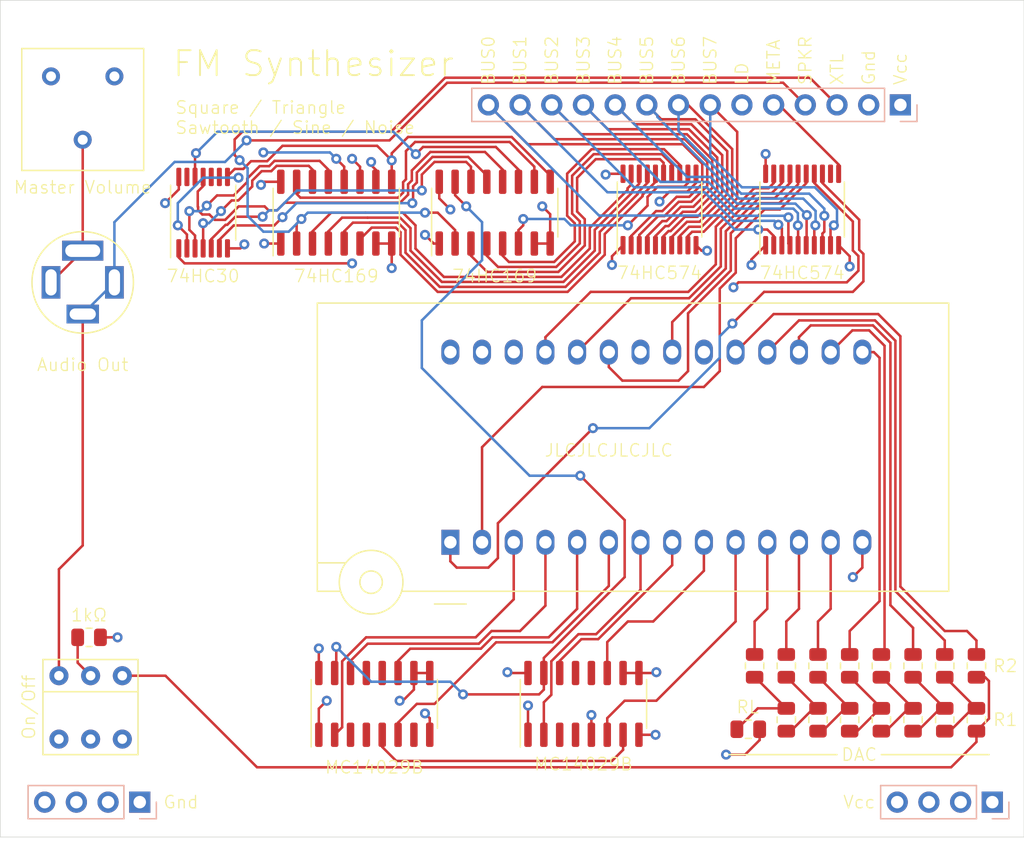
<source format=kicad_pcb>
(kicad_pcb (version 20211014) (generator pcbnew)
  (layers (0 "F.Cu" signal) (1 "In1.Cu" signal) (2 "In2.Cu" signal) (31 "B.Cu" signal) (34 "B.Paste" user) (35 "F.Paste" user) (36 "B.SilkS" user "B.Silkscreen") (37 "F.SilkS" user "F.Silkscreen") (38 "B.Mask" user) (39 "F.Mask" user) (44 "Edge.Cuts" user))
  (net 0 "")
  (net 1 "Net-(R1-Pad2)")
  (net 2 "Net-(R2-Pad1)")
  (net 3 "Net-(R4-Pad1)")
  (net 4 "Net-(R6-Pad1)")
  (net 5 "Net-(R10-Pad2)")
  (net 6 "Net-(R10-Pad1)")
  (net 7 "Net-(R12-Pad1)")
  (net 8 "Net-(R14-Pad1)")
  (net 9 "GND")
  (net 10 "VCC")
  (net 11 "Net-(U3-Pad15)")
  (net 12 "Net-(U4-Pad13)")
  (net 13 "Net-(U4-Pad12)")
  (net 14 "Net-(U4-Pad7)")
  (net 15 "Net-(U4-Pad4)")
  (net 16 "Net-(U4-Pad3)")
  (net 17 "Net-(U6-Pad13)")
  (net 18 "Net-(U6-Pad12)")
  (net 19 "Net-(U6-Pad7)")
  (net 20 "Net-(U6-Pad4)")
  (net 21 "Net-(U6-Pad3)")
  (net 22 "SPEAKER_OUT")
  (net 23 "/QDIVISION0")
  (net 24 "/QDIVISION1")
  (net 25 "/QDIVISION2")
  (net 26 "/QDIVISION3")
  (net 27 "/QDIVISION4")
  (net 28 "/QDIVISION5")
  (net 29 "/QDIVISION6")
  (net 30 "/QDIVISION7")
  (net 31 "LOAD_DIVISION")
  (net 32 "FREQ0")
  (net 33 "FREQ1")
  (net 34 "FREQ2")
  (net 35 "FREQ3")
  (net 36 "~{ENABLE_COUNTER_LOAD}")
  (net 37 "FREQUENCY_CLOCK_PULSE")
  (net 38 "A2")
  (net 39 "A1")
  (net 40 "A0")
  (net 41 "A3")
  (net 42 "FREQ6")
  (net 43 "FREQ5")
  (net 44 "FREQ4")
  (net 45 "A6")
  (net 46 "A5")
  (net 47 "A4")
  (net 48 "A7")
  (net 49 "FREQ7")
  (net 50 "A13")
  (net 51 "A8")
  (net 52 "A9")
  (net 53 "A11")
  (net 54 "A10")
  (net 55 "A12")
  (net 56 "A14")
  (net 57 "Net-(R17-Pad2)")
  (net 58 "DATABUS0")
  (net 59 "DATABUS1")
  (net 60 "DATABUS2")
  (net 61 "DATABUS3")
  (net 62 "DATABUS4")
  (net 63 "DATABUS5")
  (net 64 "DATABUS6")
  (net 65 "DATABUS7")
  (net 66 "LOAD_META")
  (net 67 "Net-(RV1-Pad1)")
  (net 68 "Net-(LS1-PadR1)")
  (net 69 "CRYSTAL_OSCILLATOR_IN")
  (net 70 "/DO")
  (net 71 "/D1")
  (net 72 "/D2")
  (net 73 "/D3")
  (net 74 "/D4")
  (net 75 "/D5")
  (net 76 "/D6")
  (net 77 "/D7")
  (net 78 "A15")
  (footprint "Resistor_SMD:R_0805_2012Metric" (layer "F.Cu") (at 204.978 88.646 90)
    (fp_text reference "R6" hide)
    (fp_text value "R_US" hide)
  )
  (footprint "Resistor_SMD:R_0805_2012Metric" (layer "F.Cu") (at 202.438 84.328 -90)
    (fp_text reference "R5" hide)
    (fp_text value "R_US" hide)
  )
  (footprint "Resistor_SMD:R_0805_2012Metric" (layer "F.Cu") (at 202.438 88.646 90)
    (fp_text reference "R4" hide)
    (fp_text value "R_US" hide)
  )
  (footprint "Resistor_SMD:R_0805_2012Metric" (layer "F.Cu") (at 199.898 84.328 -90)
    (fp_text reference "R3" hide)
    (fp_text value "R_US" hide)
  )
  (footprint "Resistor_SMD:R_0805_2012Metric" (layer "F.Cu") (at 204.978 84.328 -90)
    (fp_text reference "R7" hide)
    (fp_text value "R_US" hide)
  )
  (footprint "Resistor_SMD:R_0805_2012Metric" (layer "F.Cu") (at 199.898 88.646 90)
    (fp_text reference "R2" hide)
    (fp_text value "R_US" hide)
  )
  (footprint "Resistor_SMD:R_0805_2012Metric" (layer "F.Cu") (at 197.358 84.328 -90)
    (fp_text reference "R1" hide)
    (fp_text value "R_US" hide)
  )
  (footprint "Resistor_SMD:R_0805_2012Metric" (layer "F.Cu") (at 196.85 89.408)
    (fp_text reference "R16" hide)
    (fp_text value "R_US" hide)
  )
  (footprint "Resistor_SMD:R_0805_2012Metric" (layer "F.Cu") (at 215.138 84.328 -90)
    (fp_text reference "R15" hide)
    (fp_text value "R_US" hide)
  )
  (footprint "Resistor_SMD:R_0805_2012Metric" (layer "F.Cu") (at 215.138 88.646 90)
    (fp_text reference "R14" hide)
    (fp_text value "R_US" hide)
  )
  (footprint "Resistor_SMD:R_0805_2012Metric" (layer "F.Cu") (at 212.598 84.328 -90)
    (fp_text reference "R13" hide)
    (fp_text value "R_US" hide)
  )
  (footprint "Resistor_SMD:R_0805_2012Metric" (layer "F.Cu") (at 210.058 88.646 90)
    (fp_text reference "R10" hide)
    (fp_text value "R_US" hide)
  )
  (footprint "Resistor_SMD:R_0805_2012Metric" (layer "F.Cu") (at 212.598 88.646 90)
    (fp_text reference "R12" hide)
    (fp_text value "R_US" hide)
  )
  (footprint "Resistor_SMD:R_0805_2012Metric" (layer "F.Cu") (at 210.058 84.328 -90)
    (fp_text reference "R11" hide)
    (fp_text value "R_US" hide)
  )
  (footprint "Resistor_SMD:R_0805_2012Metric" (layer "F.Cu") (at 207.518 84.328 -90)
    (fp_text reference "R9" hide)
    (fp_text value "R_US" hide)
  )
  (footprint "Resistor_SMD:R_0805_2012Metric" (layer "F.Cu") (at 207.518 88.646 90)
    (fp_text reference "R8" hide)
    (fp_text value "R_US" hide)
  )
  (footprint "Package_SO:TSSOP-20_4.4x6.5mm_P0.65mm" (layer "F.Cu") (at 201.168 47.752 90)
    (fp_text reference "U1" hide)
    (fp_text value "74LS574")
  )
  (footprint "Package_SO:TSSOP-20_4.4x6.5mm_P0.65mm" (layer "F.Cu") (at 189.738 47.752 90)
    (fp_text reference "U2" hide)
    (fp_text value "74LS574")
  )
  (footprint "Package_SO:SOIC-16_3.9x9.9mm_P1.27mm" (layer "F.Cu") (at 163.83 48.006 90)
    (fp_text reference "U3" hide)
    (fp_text value "74LS169")
  )
  (footprint "Package_SO:SOIC-16_3.9x9.9mm_P1.27mm" (layer "F.Cu") (at 183.642 87.376 90)
    (fp_text reference "U4" hide)
    (fp_text value "MC14029B")
  )
  (footprint "Package_SO:TSSOP-14_4.4x5mm_P0.65mm" (layer "F.Cu") (at 153.162 48.006 90)
    (fp_text reference "U5" hide)
    (fp_text value "74LS30")
  )
  (footprint "Package_SO:SOIC-16_3.9x9.9mm_P1.27mm" (layer "F.Cu") (at 166.878 87.376 90)
    (fp_text reference "U6" hide)
    (fp_text value "MC14029B")
  )
  (footprint "Package_SO:SOIC-16_3.9x9.9mm_P1.27mm" (layer "F.Cu") (at 176.53 48.006 90)
    (fp_text reference "U7" hide)
    (fp_text value "74LS169")
  )
  (footprint "Socket:DIP_Socket-28_W11.9_W12.7_W15.24_W17.78_W18.5_3M_228-1277-00-0602J" (layer "F.Cu") (at 172.974 74.422 90)
    (fp_text reference "U8" hide)
    (fp_text value "28C256")
  )
  (footprint "Connector_Audio:3.5mm_Audio_Jack-STEPHEN" (layer "F.Cu") (at 143.51 53.594 180)
    (fp_text reference "LS1" hide)
    (fp_text value "Speaker" hide)
  )
  (footprint "Potentiometer_THT:Potentiometer_Bourns_3386F_Vertical" (layer "F.Cu") (at 140.97 37.084 -90)
    (fp_text reference "RV1" hide)
    (fp_text value "R_POT_TRIM_US" hide)
  )
  (footprint "8-bit-computer:THT-DPDT" (layer "F.Cu") (at 143.764 93.218 180)
    (fp_text reference "SW1" hide)
    (fp_text value "SW_DPDT_x2" hide)
  )
  (footprint "Resistor_SMD:R_0805_2012Metric" (layer "F.Cu") (at 144.018 82.042 180)
    (fp_text reference "R17" hide)
    (fp_text value "R_US" hide)
  )
  (footprint "Connector_PinHeader_2.54mm:PinHeader_1x04_P2.54mm_Vertical" (layer "B.Cu") (at 216.408 95.25 90)
    (fp_text reference "J3" hide)
    (fp_text value "Conn_01x04")
  )
  (footprint "Connector_PinHeader_2.54mm:PinHeader_1x04_P2.54mm_Vertical" (layer "B.Cu") (at 148.082 95.25 90)
    (fp_text reference "J4" hide)
    (fp_text value "Conn_01x04")
  )
  (footprint "Connector_PinHeader_2.54mm:PinHeader_1x14_P2.54mm_Vertical" (layer "B.Cu") (at 209.042 39.37 90)
    (fp_text reference "J1" hide)
    (fp_text value "Conn_01x14" hide)
  )
  (gr_line (start 216.154 91.44) (end 207.518 91.44) (layer "F.SilkS") (width 0.12))
  (gr_line (start 203.962 91.44) (end 195.326 91.44) (layer "F.SilkS") (width 0.12))
  (gr_line (start 218.948 30.988) (end 196.342 30.988) (layer "Edge.Cuts") (width 0.05))
  (gr_line (start 136.906 98.044) (end 218.948 98.044) (layer "Edge.Cuts") (width 0.05))
  (gr_line (start 218.948 98.044) (end 218.948 30.988) (layer "Edge.Cuts") (width 0.05))
  (gr_line (start 196.342 30.988) (end 136.906 30.988) (layer "Edge.Cuts") (width 0.05))
  (gr_line (start 136.906 30.988) (end 136.906 98.044) (layer "Edge.Cuts") (width 0.05))
  (gr_text "DAC" (at 205.74 91.44) (layer "F.SilkS") (effects (font (size 1 1) (thickness 0.1))))
  (gr_text "R1" (at 216.408 88.646) (layer "F.SilkS") (effects (font (size 1 1) (thickness 0.1)) (justify left)))
  (gr_text "R2" (at 216.408 84.328) (layer "F.SilkS") (effects (font (size 1 1) (thickness 0.1)) (justify left)))
  (gr_text "BUS0" (at 176.022 37.846 90) (layer "F.SilkS") (effects (font (size 1 1) (thickness 0.1)) (justify left)))
  (gr_text "BUS1" (at 178.562 37.846 90) (layer "F.SilkS") (effects (font (size 1 1) (thickness 0.1)) (justify left)))
  (gr_text "BUS2" (at 181.102 37.846 90) (layer "F.SilkS") (effects (font (size 1 1) (thickness 0.1)) (justify left)))
  (gr_text "BUS3" (at 183.642 37.846 90) (layer "F.SilkS") (effects (font (size 1 1) (thickness 0.1)) (justify left)))
  (gr_text "BUS4" (at 186.182 37.846 90) (layer "F.SilkS") (effects (font (size 1 1) (thickness 0.1)) (justify left)))
  (gr_text "BUS5" (at 188.722 37.846 90) (layer "F.SilkS") (effects (font (size 1 1) (thickness 0.1)) (justify left)))
  (gr_text "BUS6" (at 191.262 37.846 90) (layer "F.SilkS") (effects (font (size 1 1) (thickness 0.1)) (justify left)))
  (gr_text "BUS7" (at 193.802 37.846 90) (layer "F.SilkS") (effects (font (size 1 1) (thickness 0.1)) (justify left)))
  (gr_text "LD" (at 196.342 37.846 90) (layer "F.SilkS") (effects (font (size 1 1) (thickness 0.1)) (justify left)))
  (gr_text "META" (at 198.882 37.846 90) (layer "F.SilkS") (effects (font (size 1 1) (thickness 0.1)) (justify left)))
  (gr_text "SPKR" (at 201.422 37.846 90) (layer "F.SilkS") (effects (font (size 1 1) (thickness 0.1)) (justify left)))
  (gr_text "XTL" (at 203.962 37.846 90) (layer "F.SilkS") (effects (font (size 1 1) (thickness 0.1)) (justify left)))
  (gr_text "Gnd" (at 206.502 37.846 90) (layer "F.SilkS") (effects (font (size 1 1) (thickness 0.1)) (justify left)))
  (gr_text "Vcc" (at 209.042 37.846 90) (layer "F.SilkS") (effects (font (size 1 1) (thickness 0.1)) (justify left)))
  (gr_text "Square / Triangle\nSawtooth / Sine / Noise" (at 150.876 40.386) (layer "F.SilkS") (effects (font (size 1 1) (thickness 0.1)) (justify left)))
  (gr_text "RL" (at 195.834 87.63) (layer "F.SilkS") (effects (font (size 1 1) (thickness 0.1)) (justify left)))
  (gr_text "Master Volume" (at 143.51 45.974) (layer "F.SilkS") (effects (font (size 1 1) (thickness 0.1))))
  (gr_text "Audio Out" (at 143.51 60.198) (layer "F.SilkS") (effects (font (size 1 1) (thickness 0.1))))
  (gr_text "On/Off" (at 139.192 87.63 90) (layer "F.SilkS") (effects (font (size 1 1) (thickness 0.1))))
  (gr_text "1kΩ" (at 144.018 80.264) (layer "F.SilkS") (effects (font (size 1 1) (thickness 0.1))))
  (gr_text "Gnd" (at 151.384 95.25) (layer "F.SilkS") (effects (font (size 1 1) (thickness 0.1))))
  (gr_text "Vcc" (at 205.74 95.25) (layer "F.SilkS") (effects (font (size 1 1) (thickness 0.1))))
  (gr_text "JLCJLCJLCJLC" (at 185.674 67.056) (layer "F.SilkS") (effects (font (size 1 1) (thickness 0.1))))
  (gr_text "FM Synthesizer" (at 150.622 36.068) (layer "F.SilkS") (effects (font (size 2 2)) (justify left)))
  (segment (start 197.358 85.2405) (end 197.405 85.2405) (width 0.2) (layer "F.Cu") (net 1))
  (segment (start 197.405 85.2405) (end 199.898 87.7335) (width 0.2) (layer "F.Cu") (net 1))
  (segment (start 197.612 87.7335) (end 199.898 87.7335) (width 0.2) (layer "F.Cu") (net 1))
  (segment (start 195.9375 89.408) (end 197.612 87.7335) (width 0.2) (layer "F.Cu") (net 1))
  (segment (start 199.945 85.2405) (end 202.438 87.7335) (width 0.2) (layer "F.Cu") (net 2))
  (segment (start 199.898 89.5585) (end 200.2555 89.5585) (width 0.2) (layer "F.Cu") (net 2))
  (segment (start 200.2555 89.5585) (end 202.0805 87.7335) (width 0.2) (layer "F.Cu") (net 2))
  (segment (start 202.0805 87.7335) (end 202.438 87.7335) (width 0.2) (layer "F.Cu") (net 2))
  (segment (start 199.898 85.2405) (end 199.945 85.2405) (width 0.2) (layer "F.Cu") (net 2))
  (segment (start 202.438 89.5585) (end 202.7955 89.5585) (width 0.2) (layer "F.Cu") (net 3))
  (segment (start 202.485 85.2405) (end 204.978 87.7335) (width 0.2) (layer "F.Cu") (net 3))
  (segment (start 204.6205 87.7335) (end 204.978 87.7335) (width 0.2) (layer "F.Cu") (net 3))
  (segment (start 202.7955 89.5585) (end 204.6205 87.7335) (width 0.2) (layer "F.Cu") (net 3))
  (segment (start 202.438 85.2405) (end 202.485 85.2405) (width 0.2) (layer "F.Cu") (net 3))
  (segment (start 204.978 85.2405) (end 205.025 85.2405) (width 0.2) (layer "F.Cu") (net 4))
  (segment (start 205.025 85.2405) (end 207.518 87.7335) (width 0.2) (layer "F.Cu") (net 4))
  (segment (start 205.5895 89.5585) (end 207.4145 87.7335) (width 0.2) (layer "F.Cu") (net 4))
  (segment (start 207.4145 87.7335) (end 207.518 87.7335) (width 0.2) (layer "F.Cu") (net 4))
  (segment (start 204.978 89.5585) (end 205.5895 89.5585) (width 0.2) (layer "F.Cu") (net 4))
  (segment (start 207.8755 89.5585) (end 209.7005 87.7335) (width 0.2) (layer "F.Cu") (net 5))
  (segment (start 209.7005 87.7335) (end 210.058 87.7335) (width 0.2) (layer "F.Cu") (net 5))
  (segment (start 207.518 85.2405) (end 207.565 85.2405) (width 0.2) (layer "F.Cu") (net 5))
  (segment (start 207.518 89.5585) (end 207.8755 89.5585) (width 0.2) (layer "F.Cu") (net 5))
  (segment (start 207.565 85.2405) (end 210.058 87.7335) (width 0.2) (layer "F.Cu") (net 5))
  (segment (start 212.2405 87.7335) (end 212.598 87.7335) (width 0.2) (layer "F.Cu") (net 6))
  (segment (start 210.058 85.2405) (end 210.105 85.2405) (width 0.2) (layer "F.Cu") (net 6))
  (segment (start 210.105 85.2405) (end 212.598 87.7335) (width 0.2) (layer "F.Cu") (net 6))
  (segment (start 210.4155 89.5585) (end 212.2405 87.7335) (width 0.2) (layer "F.Cu") (net 6))
  (segment (start 210.058 89.5585) (end 210.4155 89.5585) (width 0.2) (layer "F.Cu") (net 6))
  (segment (start 212.598 85.2405) (end 212.645 85.2405) (width 0.2) (layer "F.Cu") (net 7))
  (segment (start 213.00725 89.5585) (end 214.83225 87.7335) (width 0.2) (layer "F.Cu") (net 7))
  (segment (start 212.645 85.2405) (end 215.138 87.7335) (width 0.2) (layer "F.Cu") (net 7))
  (segment (start 212.598 89.5585) (end 213.00725 89.5585) (width 0.2) (layer "F.Cu") (net 7))
  (segment (start 214.83225 87.7335) (end 215.138 87.7335) (width 0.2) (layer "F.Cu") (net 7))
  (segment (start 216.13801 85.54051) (end 216.13801 88.55849) (width 0.2) (layer "F.Cu") (net 8))
  (segment (start 215.138 85.2405) (end 215.838 85.2405) (width 0.2) (layer "F.Cu") (net 8))
  (segment (start 146.684 85.118) (end 150.142 85.118) (width 0.2) (layer "F.Cu") (net 8))
  (segment (start 215.138 90.424) (end 215.138 89.5585) (width 0.2) (layer "F.Cu") (net 8))
  (segment (start 213.106 92.456) (end 215.138 90.424) (width 0.2) (layer "F.Cu") (net 8))
  (segment (start 215.838 85.2405) (end 216.13801 85.54051) (width 0.2) (layer "F.Cu") (net 8))
  (segment (start 216.13801 88.55849) (end 215.138 89.5585) (width 0.2) (layer "F.Cu") (net 8))
  (segment (start 157.48 92.456) (end 213.106 92.456) (width 0.2) (layer "F.Cu") (net 8))
  (segment (start 150.142 85.118) (end 157.48 92.456) (width 0.2) (layer "F.Cu") (net 8))
  (segment (start 144.9305 82.042) (end 146.304 82.042) (width 0.2) (layer "F.Cu") (net 9))
  (segment (start 197.104 51.7535) (end 197.104 52.201) (width 0.2) (layer "F.Cu") (net 9))
  (segment (start 179.197 89.851) (end 179.197 87.503) (width 0.2) (layer "F.Cu") (net 9))
  (segment (start 192.663 50.6145) (end 193.1025 51.054) (width 0.2) (layer "F.Cu") (net 9))
  (segment (start 156.1415 50.8685) (end 156.464 50.546) (width 0.2) (layer "F.Cu") (net 9))
  (segment (start 171.323 88.519) (end 170.942 88.138) (width 0.2) (layer "F.Cu") (net 9))
  (segment (start 184.277 89.851) (end 184.277 88.265) (width 0.2) (layer "F.Cu") (net 9))
  (segment (start 197.7625 89.408) (end 197.7625 90.2735) (width 0.2) (layer "F.Cu") (net 9))
  (segment (start 197.7625 90.2735) (end 196.596 91.44) (width 0.2) (layer "F.Cu") (net 9))
  (segment (start 159.385 50.481) (end 158.053 50.481) (width 0.2) (layer "F.Cu") (net 9))
  (segment (start 167.005 50.481) (end 168.275 50.481) (width 0.2) (layer "F.Cu") (net 9))
  (segment (start 180.975 50.481) (end 180.975 48.133) (width 0.2) (layer "F.Cu") (net 9))
  (segment (start 171.639 50.481) (end 170.942 49.784) (width 0.2) (layer "F.Cu") (net 9))
  (segment (start 162.433 89.851) (end 162.433 87.757) (width 0.2) (layer "F.Cu") (net 9))
  (segment (start 205.994 76.454) (end 205.232 77.216) (width 0.2) (layer "F.Cu") (net 9))
  (segment (start 155.112 50.8685) (end 156.1415 50.8685) (width 0.2) (layer "F.Cu") (net 9))
  (segment (start 185.928 51.4995) (end 185.928 52.193) (width 0.2) (layer "F.Cu") (net 9))
  (segment (start 196.596 91.44) (end 195.072 91.44) (width 0.2) (layer "F.Cu") (net 9))
  (segment (start 168.275 50.481) (end 168.275 52.451) (width 0.2) (layer "F.Cu") (net 9))
  (segment (start 162.433 87.757) (end 163.068 87.122) (width 0.2) (layer "F.Cu") (net 9))
  (segment (start 167.005 45.531) (end 167.005 44.577) (width 0.2) (layer "F.Cu") (net 9))
  (segment (start 180.975 50.481) (end 179.705 50.481) (width 0.2) (layer "F.Cu") (net 9))
  (segment (start 171.323 89.851) (end 171.323 88.519) (width 0.2) (layer "F.Cu") (net 9))
  (segment (start 204.978 51.4995) (end 204.978 52.324) (width 0.2) (layer "F.Cu") (net 9))
  (segment (start 186.813 50.6145) (end 185.928 51.4995) (width 0.2) (layer "F.Cu") (net 9))
  (segment (start 204.093 50.6145) (end 204.978 51.4995) (width 0.2) (layer "F.Cu") (net 9))
  (segment (start 198.243 50.6145) (end 197.104 51.7535) (width 0.2) (layer "F.Cu") (net 9))
  (segment (start 205.994 74.422) (end 205.994 76.454) (width 0.2) (layer "F.Cu") (net 9))
  (segment (start 180.975 48.133) (end 180.34 47.498) (width 0.2) (layer "F.Cu") (net 9))
  (segment (start 166.624 44.196) (end 166.624 43.942) (width 0.2) (layer "F.Cu") (net 9))
  (segment (start 172.085 50.481) (end 171.639 50.481) (width 0.2) (layer "F.Cu") (net 9))
  (segment (start 167.005 44.577) (end 166.624 44.196) (width 0.2) (layer "F.Cu") (net 9))
  (segment (start 188.087 89.851) (end 189.419 89.851) (width 0.2) (layer "F.Cu") (net 9))
  (segment (start 193.1025 51.054) (end 193.548 51.054) (width 0.2) (layer "F.Cu") (net 9))
  (via (at 146.304 82.042) (size 0.8) (drill 0.4) (layers "F.Cu" "B.Cu") (net 9))
  (via (at 204.978 52.324) (size 0.8) (drill 0.4) (layers "F.Cu" "B.Cu") (net 9))
  (via (at 166.624 43.942) (size 0.8) (drill 0.4) (layers "F.Cu" "B.Cu") (net 9))
  (via (at 179.197 87.503) (size 0.8) (drill 0.4) (layers "F.Cu" "B.Cu") (net 9))
  (via (at 189.419 89.851) (size 0.8) (drill 0.4) (layers "F.Cu" "B.Cu") (net 9))
  (via (at 158.053 50.481) (size 0.8) (drill 0.4) (layers "F.Cu" "B.Cu") (net 9))
  (via (at 197.104 52.201) (size 0.8) (drill 0.4) (layers "F.Cu" "B.Cu") (net 9))
  (via (at 205.232 77.216) (size 0.8) (drill 0.4) (layers "F.Cu" "B.Cu") (net 9))
  (via (at 184.277 88.265) (size 0.8) (drill 0.4) (layers "F.Cu" "B.Cu") (net 9))
  (via (at 185.928 52.193) (size 0.8) (drill 0.4) (layers "F.Cu" "B.Cu") (net 9))
  (via (at 170.942 88.138) (size 0.8) (drill 0.4) (layers "F.Cu" "B.Cu") (net 9))
  (via (at 168.275 52.451) (size 0.8) (drill 0.4) (layers "F.Cu" "B.Cu") (net 9))
  (via (at 195.072 91.44) (size 0.8) (drill 0.4) (layers "F.Cu" "B.Cu") (net 9))
  (via (at 170.942 49.784) (size 0.8) (drill 0.4) (layers "F.Cu" "B.Cu") (net 9))
  (via (at 180.34 47.498) (size 0.8) (drill 0.4) (layers "F.Cu" "B.Cu") (net 9))
  (via (at 156.464 50.546) (size 0.8) (drill 0.4) (layers "F.Cu" "B.Cu") (net 9))
  (via (at 193.548 51.054) (size 0.8) (drill 0.4) (layers "F.Cu" "B.Cu") (net 9))
  (via (at 163.068 87.122) (size 0.8) (drill 0.4) (layers "F.Cu" "B.Cu") (net 9))
  (segment (start 172.085 45.531) (end 172.085 46.863) (width 0.2) (layer "F.Cu") (net 10))
  (segment (start 169.164 87.122) (end 168.91 87.122) (width 0.2) (layer "F.Cu") (net 10))
  (segment (start 179.197 84.901) (end 177.865 84.901) (width 0.2) (layer "F.Cu") (net 10))
  (segment (start 162.433 84.901) (end 162.433 82.931) (width 0.2) (layer "F.Cu") (net 10))
  (segment (start 159.385 45.531) (end 158.04062 45.531) (width 0.2) (layer "F.Cu") (net 10))
  (segment (start 177.8 84.836) (end 177.546 84.836) (width 0.2) (layer "F.Cu") (net 10))
  (segment (start 189.295 84.901) (end 189.36 84.836) (width 0.2) (layer "F.Cu") (net 10))
  (segment (start 177.865 84.901) (end 177.8 84.836) (width 0.2) (layer "F.Cu") (net 10))
  (segment (start 151.212 45.1435) (end 151.212 46.146) (width 0.2) (layer "F.Cu") (net 10))
  (segment (start 170.053 86.233) (end 169.164 87.122) (width 0.2) (layer "F.Cu") (net 10))
  (segment (start 198.243 44.8895) (end 198.243 43.303) (width 0.2) (layer "F.Cu") (net 10))
  (segment (start 151.212 46.146) (end 150.114 47.244) (width 0.2) (layer "F.Cu") (net 10))
  (segment (start 170.053 84.901) (end 170.053 86.233) (width 0.2) (layer "F.Cu") (net 10))
  (segment (start 185.7425 44.8895) (end 185.674 44.958) (width 0.2) (layer "F.Cu") (net 10))
  (segment (start 186.813 44.8895) (end 185.7425 44.8895) (width 0.2) (layer "F.Cu") (net 10))
  (segment (start 185.674 44.958) (end 185.42 44.958) (width 0.2) (layer "F.Cu") (net 10))
  (segment (start 188.087 84.901) (end 189.295 84.901) (width 0.2) (layer "F.Cu") (net 10))
  (segment (start 189.36 84.836) (end 189.484 84.836) (width 0.2) (layer "F.Cu") (net 10))
  (segment (start 172.085 46.863) (end 172.974 47.752) (width 0.2) (layer "F.Cu") (net 10))
  (segment (start 171.323 84.901) (end 170.053 84.901) (width 0.2) (layer "F.Cu") (net 10))
  (segment (start 158.04062 45.531) (end 157.79599 45.77563) (width 0.2) (layer "F.Cu") (net 10))
  (segment (start 186.817 84.901) (end 188.087 84.901) (width 0.2) (layer "F.Cu") (net 10))
  (via (at 198.243 43.303) (size 0.8) (drill 0.4) (layers "F.Cu" "B.Cu") (net 10))
  (via (at 172.974 47.752) (size 0.8) (drill 0.4) (layers "F.Cu" "B.Cu") (net 10))
  (via (at 162.433 82.931) (size 0.8) (drill 0.4) (layers "F.Cu" "B.Cu") (net 10))
  (via (at 157.79599 45.77563) (size 0.8) (drill 0.4) (layers "F.Cu" "B.Cu") (net 10))
  (via (at 150.114 47.244) (size 0.8) (drill 0.4) (layers "F.Cu" "B.Cu") (net 10))
  (via (at 168.91 87.122) (size 0.8) (drill 0.4) (layers "F.Cu" "B.Cu") (net 10))
  (via (at 189.484 84.836) (size 0.8) (drill 0.4) (layers "F.Cu" "B.Cu") (net 10))
  (via (at 177.546 84.836) (size 0.8) (drill 0.4) (layers "F.Cu" "B.Cu") (net 10))
  (via (at 185.42 44.958) (size 0.8) (drill 0.4) (layers "F.Cu" "B.Cu") (net 10))
  (segment (start 169.418 45.330598) (end 169.187977 45.560621) (width 0.2) (layer "F.Cu") (net 11))
  (segment (start 168.78229 46.80601) (end 160.95501 46.80601) (width 0.2) (layer "F.Cu") (net 11))
  (segment (start 169.187977 45.560621) (end 169.187977 46.400323) (width 0.2) (layer "F.Cu") (net 11))
  (segment (start 179.705 44.323) (end 177.723956 42.341956) (width 0.2) (layer "F.Cu") (net 11))
  (segment (start 169.418 43.070631) (end 169.418 45.330598) (width 0.2) (layer "F.Cu") (net 11))
  (segment (start 177.723956 42.341956) (end 170.146675 42.341956) (width 0.2) (layer "F.Cu") (net 11))
  (segment (start 160.95501 46.80601) (end 160.655 46.506) (width 0.2) (layer "F.Cu") (net 11))
  (segment (start 169.187977 46.400323) (end 168.78229 46.80601) (width 0.2) (layer "F.Cu") (net 11))
  (segment (start 160.655 46.506) (end 160.655 45.531) (width 0.2) (layer "F.Cu") (net 11))
  (segment (start 170.146675 42.341956) (end 169.418 43.070631) (width 0.2) (layer "F.Cu") (net 11))
  (segment (start 179.705 45.531) (end 179.705 44.323) (width 0.2) (layer "F.Cu") (net 11))
  (segment (start 186.817 89.851) (end 186.817 91.059) (width 0.2) (layer "F.Cu") (net 14))
  (segment (start 185.928 91.948) (end 168.635 91.948) (width 0.2) (layer "F.Cu") (net 14))
  (segment (start 186.817 91.059) (end 185.928 91.948) (width 0.2) (layer "F.Cu") (net 14))
  (segment (start 167.513 90.826) (end 167.513 89.851) (width 0.2) (layer "F.Cu") (net 14))
  (segment (start 168.635 91.948) (end 167.513 90.826) (width 0.2) (layer "F.Cu") (net 14))
  (segment (start 143.51 56.134) (end 143.51 74.676) (width 0.2) (layer "F.Cu") (net 22))
  (segment (start 199.644 37.592) (end 172.72 37.592) (width 0.2) (layer "F.Cu") (net 22))
  (segment (start 168.096834 42.215166) (end 156.646802 42.215166) (width 0.2) (layer "F.Cu") (net 22))
  (segment (start 201.422 39.37) (end 199.644 37.592) (width 0.2) (layer "F.Cu") (net 22))
  (segment (start 141.604 76.582) (end 141.604 85.118) (width 0.2) (layer "F.Cu") (net 22))
  (segment (start 172.72 37.592) (end 168.096834 42.215166) (width 0.2) (layer "F.Cu") (net 22))
  (segment (start 143.51 74.676) (end 141.604 76.582) (width 0.2) (layer "F.Cu") (net 22))
  (via (at 156.646802 42.215166) (size 0.8) (drill 0.4) (layers "F.Cu" "B.Cu") (net 22))
  (segment (start 154.919968 43.942) (end 156.646802 42.215166) (width 0.2) (layer "B.Cu") (net 22))
  (segment (start 150.876 43.942) (end 154.919968 43.942) (width 0.2) (layer "B.Cu") (net 22))
  (segment (start 143.51 56.134) (end 146.05 53.594) (width 0.2) (layer "B.Cu") (net 22))
  (segment (start 146.05 53.594) (end 146.05 48.768) (width 0.2) (layer "B.Cu") (net 22))
  (segment (start 146.05 48.768) (end 150.876 43.942) (width 0.2) (layer "B.Cu") (net 22))
  (segment (start 169.108469 48.005957) (end 166.171531 48.005957) (width 0.2) (layer "F.Cu") (net 23))
  (segment (start 169.164 48.006) (end 169.108512 48.006) (width 0.2) (layer "F.Cu") (net 23))
  (segment (start 163.425 48.006) (end 161.925 49.506) (width 0.2) (layer "F.Cu") (net 23))
  (segment (start 184.146516 50.884384) (end 181.874933 53.155967) (width 0.2) (layer "F.Cu") (net 23))
  (segment (start 170.18 49.022) (end 169.164 48.006) (width 0.2) (layer "F.Cu") (net 23))
  (segment (start 172.455067 53.155967) (end 170.18 50.8809) (width 0.2) (layer "F.Cu") (net 23))
  (segment (start 184.146516 49.221784) (end 184.146516 50.884384) (width 0.2) (layer "F.Cu") (net 23))
  (segment (start 187.177128 46.053232) (end 187.177128 46.191172) (width 0.2) (layer "F.Cu") (net 23))
  (segment (start 170.18 50.8809) (end 170.18 49.022) (width 0.2) (layer "F.Cu") (net 23))
  (segment (start 181.874933 53.155967) (end 172.455067 53.155967) (width 0.2) (layer "F.Cu") (net 23))
  (segment (start 169.108512 48.006) (end 169.108469 48.005957) (width 0.2) (layer "F.Cu") (net 23))
  (segment (start 187.463 45.76736) (end 187.177128 46.053232) (width 0.2) (layer "F.Cu") (net 23))
  (segment (start 187.463 44.8895) (end 187.463 45.76736) (width 0.2) (layer "F.Cu") (net 23))
  (segment (start 166.171531 48.005957) (end 166.171488 48.006) (width 0.2) (layer "F.Cu") (net 23))
  (segment (start 187.177128 46.191172) (end 184.146516 49.221784) (width 0.2) (layer "F.Cu") (net 23))
  (segment (start 166.171488 48.006) (end 163.425 48.006) (width 0.2) (layer "F.Cu") (net 23))
  (segment (start 161.925 49.506) (end 161.925 50.481) (width 0.2) (layer "F.Cu") (net 23))
  (segment (start 188.113 45.68306) (end 187.577139 46.218921) (width 0.2) (layer "F.Cu") (net 24))
  (segment (start 187.577139 46.218921) (end 187.577139 46.356861) (width 0.2) (layer "F.Cu") (net 24))
  (segment (start 168.94278 48.405968) (end 166.33722 48.405968) (width 0.2) (layer "F.Cu") (net 24))
  (segment (start 163.195 49.506) (end 163.195 50.481) (width 0.2) (layer "F.Cu") (net 24))
  (segment (start 184.546527 49.387473) (end 184.546527 51.050073) (width 0.2) (layer "F.Cu") (net 24))
  (segment (start 184.546527 51.050073) (end 182.040622 53.555978) (width 0.2) (layer "F.Cu") (net 24))
  (segment (start 187.577139 46.356861) (end 184.546527 49.387473) (width 0.2) (layer "F.Cu") (net 24))
  (segment (start 188.113 44.8895) (end 188.113 45.68306) (width 0.2) (layer "F.Cu") (net 24))
  (segment (start 164.294989 48.406011) (end 163.195 49.506) (width 0.2) (layer "F.Cu") (net 24))
  (segment (start 182.040622 53.555978) (end 172.289378 53.555978) (width 0.2) (layer "F.Cu") (net 24))
  (segment (start 166.337177 48.406011) (end 164.294989 48.406011) (width 0.2) (layer "F.Cu") (net 24))
  (segment (start 172.289378 53.555978) (end 169.779989 51.046589) (width 0.2) (layer "F.Cu") (net 24))
  (segment (start 169.779989 51.046589) (end 169.779989 49.243177) (width 0.2) (layer "F.Cu") (net 24))
  (segment (start 166.33722 48.405968) (end 166.337177 48.406011) (width 0.2) (layer "F.Cu") (net 24))
  (segment (start 169.779989 49.243177) (end 168.94278 48.405968) (width 0.2) (layer "F.Cu") (net 24))
  (segment (start 168.777091 48.805979) (end 166.502909 48.805979) (width 0.2) (layer "F.Cu") (net 25))
  (segment (start 172.123689 53.955989) (end 169.379978 51.212278) (width 0.2) (layer "F.Cu") (net 25))
  (segment (start 166.502909 48.805979) (end 166.502866 48.806022) (width 0.2) (layer "F.Cu") (net 25))
  (segment (start 188.763 45.627) (end 187.97715 46.412852) (width 0.2) (layer "F.Cu") (net 25))
  (segment (start 184.946538 49.553162) (end 184.946538 51.215762) (width 0.2) (layer "F.Cu") (net 25))
  (segment (start 169.379978 51.212278) (end 169.379978 49.408866) (width 0.2) (layer "F.Cu") (net 25))
  (segment (start 166.502866 48.806022) (end 165.164978 48.806022) (width 0.2) (layer "F.Cu") (net 25))
  (segment (start 184.946538 51.215762) (end 182.206311 53.955989) (width 0.2) (layer "F.Cu") (net 25))
  (segment (start 165.164978 48.806022) (end 164.465 49.506) (width 0.2) (layer "F.Cu") (net 25))
  (segment (start 182.206311 53.955989) (end 172.123689 53.955989) (width 0.2) (layer "F.Cu") (net 25))
  (segment (start 164.465 49.506) (end 164.465 50.481) (width 0.2) (layer "F.Cu") (net 25))
  (segment (start 169.379978 49.408866) (end 168.777091 48.805979) (width 0.2) (layer "F.Cu") (net 25))
  (segment (start 188.763 44.8895) (end 188.763 45.627) (width 0.2) (layer "F.Cu") (net 25))
  (segment (start 187.97715 46.52255) (end 184.946538 49.553162) (width 0.2) (layer "F.Cu") (net 25))
  (segment (start 187.97715 46.412852) (end 187.97715 46.52255) (width 0.2) (layer "F.Cu") (net 25))
  (segment (start 166.668598 49.20599) (end 165.735 50.139588) (width 0.2) (layer "F.Cu") (net 26))
  (segment (start 168.979967 49.574555) (end 168.611402 49.20599) (width 0.2) (layer "F.Cu") (net 26))
  (segment (start 188.377161 46.578541) (end 188.377161 46.688239) (width 0.2) (layer "F.Cu") (net 26))
  (segment (start 171.958 54.356) (end 168.979967 51.377967) (width 0.2) (layer "F.Cu") (net 26))
  (segment (start 168.611402 49.20599) (end 166.668598 49.20599) (width 0.2) (layer "F.Cu") (net 26))
  (segment (start 165.735 50.139588) (end 165.735 50.481) (width 0.2) (layer "F.Cu") (net 26))
  (segment (start 182.372 54.356) (end 171.958 54.356) (width 0.2) (layer "F.Cu") (net 26))
  (segment (start 189.413 45.542702) (end 188.377161 46.578541) (width 0.2) (layer "F.Cu") (net 26))
  (segment (start 185.346549 51.381451) (end 182.372 54.356) (width 0.2) (layer "F.Cu") (net 26))
  (segment (start 189.413 44.8895) (end 189.413 45.542702) (width 0.2) (layer "F.Cu") (net 26))
  (segment (start 185.346549 49.718851) (end 185.346549 51.381451) (width 0.2) (layer "F.Cu") (net 26))
  (segment (start 188.377161 46.688239) (end 185.346549 49.718851) (width 0.2) (layer "F.Cu") (net 26))
  (segment (start 168.979967 51.377967) (end 168.979967 49.574555) (width 0.2) (layer "F.Cu") (net 26))
  (segment (start 183.134 47.918483) (end 183.746505 48.530988) (width 0.2) (layer "F.Cu") (net 27))
  (segment (start 181.628344 52.755956) (end 175.924956 52.755956) (width 0.2) (layer "F.Cu") (net 27))
  (segment (start 174.625 51.456) (end 174.625 50.481) (width 0.2) (layer "F.Cu") (net 27))
  (segment (start 189.770089 43.720089) (end 184.625911 43.720089) (width 0.2) (layer "F.Cu") (net 27))
  (segment (start 190.063 44.8895) (end 190.063 44.013) (width 0.2) (layer "F.Cu") (net 27))
  (segment (start 183.746505 48.530988) (end 183.746505 50.637795) (width 0.2) (layer "F.Cu") (net 27))
  (segment (start 183.746505 50.637795) (end 181.628344 52.755956) (width 0.2) (layer "F.Cu") (net 27))
  (segment (start 183.134 45.212) (end 183.134 47.918483) (width 0.2) (layer "F.Cu") (net 27))
  (segment (start 175.924956 52.755956) (end 174.625 51.456) (width 0.2) (layer "F.Cu") (net 27))
  (segment (start 184.625911 43.720089) (end 183.134 45.212) (width 0.2) (layer "F.Cu") (net 27))
  (segment (start 190.063 44.013) (end 189.770089 43.720089) (width 0.2) (layer "F.Cu") (net 27))
  (segment (start 176.794945 52.355945) (end 175.895 51.456) (width 0.2) (layer "F.Cu") (net 28))
  (segment (start 182.733989 45.046311) (end 182.733989 48.084172) (width 0.2) (layer "F.Cu") (net 28))
  (segment (start 184.460222 43.320078) (end 182.733989 45.046311) (width 0.2) (layer "F.Cu") (net 28))
  (segment (start 182.733989 48.084172) (end 183.346494 48.696677) (width 0.2) (layer "F.Cu") (net 28))
  (segment (start 183.346494 50.472106) (end 181.462655 52.355945) (width 0.2) (layer "F.Cu") (net 28))
  (segment (start 190.713 44.0973) (end 189.935778 43.320078) (width 0.2) (layer "F.Cu") (net 28))
  (segment (start 183.346494 48.696677) (end 183.346494 50.472106) (width 0.2) (layer "F.Cu") (net 28))
  (segment (start 189.935778 43.320078) (end 184.460222 43.320078) (width 0.2) (layer "F.Cu") (net 28))
  (segment (start 175.895 51.456) (end 175.895 50.481) (width 0.2) (layer "F.Cu") (net 28))
  (segment (start 190.713 44.8895) (end 190.713 44.0973) (width 0.2) (layer "F.Cu") (net 28))
  (segment (start 181.462655 52.355945) (end 176.794945 52.355945) (width 0.2) (layer "F.Cu") (net 28))
  (segment (start 182.946483 50.306417) (end 181.296966 51.955934) (width 0.2) (layer "F.Cu") (net 29))
  (segment (start 191.363 44.1816) (end 190.101467 42.920067) (width 0.2) (layer "F.Cu") (net 29))
  (segment (start 182.946483 48.862366) (end 182.946483 50.306417) (width 0.2) (layer "F.Cu") (net 29))
  (segment (start 177.664934 51.955934) (end 177.165 51.456) (width 0.2) (layer "F.Cu") (net 29))
  (segment (start 182.333978 44.880622) (end 182.333978 48.249861) (width 0.2) (layer "F.Cu") (net 29))
  (segment (start 181.296966 51.955934) (end 177.664934 51.955934) (width 0.2) (layer "F.Cu") (net 29))
  (segment (start 191.363 44.8895) (end 191.363 44.1816) (width 0.2) (layer "F.Cu") (net 29))
  (segment (start 184.294533 42.920067) (end 182.333978 44.880622) (width 0.2) (layer "F.Cu") (net 29))
  (segment (start 182.333978 48.249861) (end 182.946483 48.862366) (width 0.2) (layer "F.Cu") (net 29))
  (segment (start 190.101467 42.920067) (end 184.294533 42.920067) (width 0.2) (layer "F.Cu") (net 29))
  (segment (start 177.165 51.456) (end 177.165 50.481) (width 0.2) (layer "F.Cu") (net 29))
  (segment (start 188.777172 46.744229) (end 188.777172 47.442828) (width 0.2) (layer "F.Cu") (net 30))
  (segment (start 192.013 44.8895) (end 192.013 45.627) (width 0.2) (layer "F.Cu") (net 30))
  (segment (start 178.81599 48.514) (end 178.81599 49.02201) (width 0.2) (layer "F.Cu") (net 30))
  (segment (start 191.71299 45.92701) (end 189.594391 45.92701) (width 0.2) (layer "F.Cu") (net 30))
  (segment (start 192.013 45.627) (end 191.71299 45.92701) (width 0.2) (layer "F.Cu") (net 30))
  (segment (start 178.81599 49.02201) (end 178.435 49.403) (width 0.2) (layer "F.Cu") (net 30))
  (segment (start 178.435 49.403) (end 178.435 50.481) (width 0.2) (layer "F.Cu") (net 30))
  (segment (start 188.777172 47.442828) (end 187.198 49.022) (width 0.2) (layer "F.Cu") (net 30))
  (segment (start 189.594391 45.92701) (end 188.777172 46.744229) (width 0.2) (layer "F.Cu") (net 30))
  (via (at 178.81599 48.514) (size 0.8) (drill 0.4) (layers "F.Cu" "B.Cu") (net 30))
  (via (at 187.198 49.022) (size 0.8) (drill 0.4) (layers "F.Cu" "B.Cu") (net 30))
  (segment (start 187.198 49.022) (end 182.626 49.022) (width 0.2) (layer "B.Cu") (net 30))
  (segment (start 182.118 48.514) (end 178.81599 48.514) (width 0.2) (layer "B.Cu") (net 30))
  (segment (start 178.816 48.51401) (end 178.81599 48.514) (width 0.2) (layer "B.Cu") (net 30))
  (segment (start 182.626 49.022) (end 182.118 48.514) (width 0.2) (layer "B.Cu") (net 30))
  (segment (start 192.663 45.627) (end 191.962979 46.327021) (width 0.2) (layer "F.Cu") (net 31))
  (segment (start 190.528812 46.327021) (end 189.737613 47.11822) (width 0.2) (layer "F.Cu") (net 31))
  (segment (start 191.962979 46.327021) (end 190.528812 46.327021) (width 0.2) (layer "F.Cu") (net 31))
  (segment (start 192.663 44.8895) (end 192.663 45.627) (width 0.2) (layer "F.Cu") (net 31))
  (via (at 189.737613 47.11822) (size 0.8) (drill 0.4) (layers "F.Cu" "B.Cu") (net 31))
  (segment (start 153.162 50.8685) (end 153.162 48.852775) (width 0.2) (layer "F.Cu") (net 32))
  (segment (start 161.62499 44.25599) (end 159.048598 44.25599) (width 0.2) (layer "F.Cu") (net 32))
  (segment (start 159.048598 44.25599) (end 158.623715 44.680873) (width 0.2) (layer "F.Cu") (net 32))
  (segment (start 157.095988 45.439628) (end 157.095988 45.907712) (width 0.2) (layer "F.Cu") (net 32))
  (segment (start 161.925 44.556) (end 161.62499 44.25599) (width 0.2) (layer "F.Cu") (net 32))
  (segment (start 158.623715 44.680873) (end 157.854743 44.680873) (width 0.2) (layer "F.Cu") (net 32))
  (segment (start 157.095988 45.907712) (end 155.975678 47.028022) (width 0.2) (layer "F.Cu") (net 32))
  (segment (start 155.975678 47.028022) (end 155.446162 47.028022) (width 0.2) (layer "F.Cu") (net 32))
  (segment (start 155.446162 47.028022) (end 154.592172 47.882012) (width 0.2) (layer "F.Cu") (net 32))
  (segment (start 157.854743 44.680873) (end 157.095988 45.439628) (width 0.2) (layer "F.Cu") (net 32))
  (segment (start 161.925 45.531) (end 161.925 44.556) (width 0.2) (layer "F.Cu") (net 32))
  (via (at 154.592172 47.882012) (size 0.8) (drill 0.4) (layers "F.Cu" "B.Cu") (net 32))
  (via (at 153.162 48.852775) (size 0.8) (drill 0.4) (layers "F.Cu" "B.Cu") (net 32))
  (segment (start 153.621409 48.852775) (end 153.162 48.852775) (width 0.2) (layer "B.Cu") (net 32))
  (segment (start 154.592172 47.882012) (end 153.621409 48.852775) (width 0.2) (layer "B.Cu") (net 32))
  (segment (start 156.695977 45.545723) (end 155.613689 46.628011) (width 0.2) (layer "F.Cu") (net 33))
  (segment (start 163.195 45.531) (end 163.195 44.556) (width 0.2) (layer "F.Cu") (net 33))
  (segment (start 162.494979 43.855979) (end 158.882909 43.855979) (width 0.2) (layer "F.Cu") (net 33))
  (segment (start 156.695977 45.273939) (end 156.695977 45.545723) (width 0.2) (layer "F.Cu") (net 33))
  (segment (start 152.512 49.8383) (end 152.05732 49.38362) (width 0.2) (layer "F.Cu") (net 33))
  (segment (start 157.689904 44.280012) (end 156.695977 45.273939) (width 0.2) (layer "F.Cu") (net 33))
  (segment (start 154.271998 46.628011) (end 153.450173 47.449836) (width 0.2) (layer "F.Cu") (net 33))
  (segment (start 158.458876 44.280012) (end 157.689904 44.280012) (width 0.2) (layer "F.Cu") (net 33))
  (segment (start 158.882909 43.855979) (end 158.458876 44.280012) (width 0.2) (layer "F.Cu") (net 33))
  (segment (start 155.613689 46.628011) (end 154.271998 46.628011) (width 0.2) (layer "F.Cu") (net 33))
  (segment (start 163.195 44.556) (end 162.494979 43.855979) (width 0.2) (layer "F.Cu") (net 33))
  (segment (start 152.05732 49.38362) (end 152.05732 47.8857) (width 0.2) (layer "F.Cu") (net 33))
  (segment (start 152.512 50.8685) (end 152.512 49.8383) (width 0.2) (layer "F.Cu") (net 33))
  (via (at 152.05732 47.8857) (size 0.8) (drill 0.4) (layers "F.Cu" "B.Cu") (net 33))
  (via (at 153.450173 47.449836) (size 0.8) (drill 0.4) (layers "F.Cu" "B.Cu") (net 33))
  (segment (start 153.014309 47.8857) (end 153.450173 47.449836) (width 0.2) (layer "B.Cu") (net 33))
  (segment (start 152.05732 47.8857) (end 153.014309 47.8857) (width 0.2) (layer "B.Cu") (net 33))
  (segment (start 151.862 49.754) (end 151.13 49.022) (width 0.2) (layer "F.Cu") (net 34))
  (segment (start 164.465 44.323) (end 164.465 45.531) (width 0.2) (layer "F.Cu") (net 34))
  (segment (start 163.83 43.688) (end 164.465 44.323) (width 0.2) (layer "F.Cu") (net 34))
  (segment (start 155.99694 45.204854) (end 155.999659 45.202135) (width 0.2) (layer "F.Cu") (net 34))
  (segment (start 151.862 50.8685) (end 151.862 49.754) (width 0.2) (layer "F.Cu") (net 34))
  (via (at 151.13 49.022) (size 0.8) (drill 0.4) (layers "F.Cu" "B.Cu") (net 34))
  (via (at 157.988 43.18) (size 0.8) (drill 0.4) (layers "F.Cu" "B.Cu") (net 34))
  (via (at 155.999659 45.202135) (size 0.8) (drill 0.4) (layers "F.Cu" "B.Cu") (net 34))
  (via (at 163.83 43.688) (size 0.8) (drill 0.4) (layers "F.Cu" "B.Cu") (net 34))
  (segment (start 163.322 43.18) (end 157.988 43.18) (width 0.2) (layer "B.Cu") (net 34))
  (segment (start 153.171865 45.202135) (end 155.999659 45.202135) (width 0.2) (layer "B.Cu") (net 34))
  (segment (start 151.13 47.244) (end 153.171865 45.202135) (width 0.2) (layer "B.Cu") (net 34))
  (segment (start 151.13 49.022) (end 151.13 47.244) (width 0.2) (layer "B.Cu") (net 34))
  (segment (start 163.322 43.18) (end 163.83 43.688) (width 0.2) (layer "B.Cu") (net 34))
  (segment (start 151.212 51.606) (end 151.676 52.07) (width 0.2) (layer "F.Cu") (net 35))
  (segment (start 151.212 50.8685) (end 151.212 51.606) (width 0.2) (layer "F.Cu") (net 35))
  (segment (start 165.1 43.688) (end 165.735 44.323) (width 0.2) (layer "F.Cu") (net 35))
  (segment (start 165.735 44.323) (end 165.735 45.531) (width 0.2) (layer "F.Cu") (net 35))
  (segment (start 151.676 52.07) (end 165.1 52.07) (width 0.2) (layer "F.Cu") (net 35))
  (via (at 165.1 43.688) (size 0.8) (drill 0.4) (layers "F.Cu" "B.Cu") (net 35))
  (via (at 165.1 52.07) (size 0.8) (drill 0.4) (layers "F.Cu" "B.Cu") (net 35))
  (segment (start 169.58237 41.941945) (end 168.275 43.249315) (width 0.2) (layer "F.Cu") (net 36))
  (segment (start 159.524469 42.648719) (end 158.293187 43.880001) (width 0.2) (layer "F.Cu") (net 36))
  (segment (start 156.382245 44.502133) (end 155.692747 44.502133) (width 0.2) (layer "F.Cu") (net 36))
  (segment (start 168.275 43.815) (end 168.275 45.531) (width 0.2) (layer "F.Cu") (net 36))
  (segment (start 168.275 43.249315) (end 168.275 43.815) (width 0.2) (layer "F.Cu") (net 36))
  (segment (start 180.975 45.0273) (end 177.889645 41.941945) (width 0.2) (layer "F.Cu") (net 36))
  (segment (start 180.975 45.531) (end 180.975 45.0273) (width 0.2) (layer "F.Cu") (net 36))
  (segment (start 155.112 45.08288) (end 155.112 45.1435) (width 0.2) (layer "F.Cu") (net 36))
  (segment (start 155.692747 44.502133) (end 155.112 45.08288) (width 0.2) (layer "F.Cu") (net 36))
  (segment (start 168.275 43.815) (end 167.108719 42.648719) (width 0.2) (layer "F.Cu") (net 36))
  (segment (start 158.293187 43.880001) (end 157.004377 43.880001) (width 0.2) (layer "F.Cu") (net 36))
  (segment (start 167.108719 42.648719) (end 159.524469 42.648719) (width 0.2) (layer "F.Cu") (net 36))
  (segment (start 157.004377 43.880001) (end 156.382245 44.502133) (width 0.2) (layer "F.Cu") (net 36))
  (segment (start 177.889645 41.941945) (end 169.58237 41.941945) (width 0.2) (layer "F.Cu") (net 36))
  (via (at 168.275 43.815) (size 0.8) (drill 0.4) (layers "F.Cu" "B.Cu") (net 36))
  (segment (start 173.355 46.609) (end 173.355 45.531) (width 0.2) (layer "F.Cu") (net 37))
  (segment (start 180.467 84.901) (end 180.467 86.233) (width 0.2) (layer "F.Cu") (net 37))
  (segment (start 163.83 82.804) (end 163.83 84.774) (width 0.2) (layer "F.Cu") (net 37))
  (segment (start 180.467 86.233) (end 180.086 86.614) (width 0.2) (layer "F.Cu") (net 37))
  (segment (start 186.944 72.644) (end 183.388 69.088) (width 0.2) (layer "F.Cu") (net 37))
  (segment (start 180.467 83.693) (end 186.944 77.216) (width 0.2) (layer "F.Cu") (net 37))
  (segment (start 186.944 77.216) (end 186.944 72.644) (width 0.2) (layer "F.Cu") (net 37))
  (segment (start 180.467 84.901) (end 180.467 83.693) (width 0.2) (layer "F.Cu") (net 37))
  (segment (start 180.086 86.614) (end 173.99 86.614) (width 0.2) (layer "F.Cu") (net 37))
  (segment (start 174.244 47.498) (end 173.355 46.609) (width 0.2) (layer "F.Cu") (net 37))
  (segment (start 163.83 84.774) (end 163.703 84.901) (width 0.2) (layer "F.Cu") (net 37))
  (via (at 174.244 47.498) (size 0.8) (drill 0.4) (layers "F.Cu" "B.Cu") (net 37))
  (via (at 183.388 69.088) (size 0.8) (drill 0.4) (layers "F.Cu" "B.Cu") (net 37))
  (via (at 173.99 86.614) (size 0.8) (drill 0.4) (layers "F.Cu" "B.Cu") (net 37))
  (via (at 163.83 82.804) (size 0.8) (drill 0.4) (layers "F.Cu" "B.Cu") (net 37))
  (segment (start 179.324 69.088) (end 170.688 60.452) (width 0.2) (layer "B.Cu") (net 37))
  (segment (start 170.688 60.452) (end 170.688 56.642) (width 0.2) (layer "B.Cu") (net 37))
  (segment (start 170.688 56.642) (end 175.514 51.816) (width 0.2) (layer "B.Cu") (net 37))
  (segment (start 172.974 85.598) (end 166.624 85.598) (width 0.2) (layer "B.Cu") (net 37))
  (segment (start 173.99 86.614) (end 172.974 85.598) (width 0.2) (layer "B.Cu") (net 37))
  (segment (start 183.388 69.088) (end 179.324 69.088) (width 0.2) (layer "B.Cu") (net 37))
  (segment (start 166.624 85.598) (end 163.83 82.804) (width 0.2) (layer "B.Cu") (net 37))
  (segment (start 175.514 48.768) (end 174.244 47.498) (width 0.2) (layer "B.Cu") (net 37))
  (segment (start 175.514 51.816) (end 175.514 48.768) (width 0.2) (layer "B.Cu") (net 37))
  (segment (start 184.823689 82.188011) (end 183.474989 82.188011) (width 0.2) (layer "F.Cu") (net 38))
  (segment (start 183.474989 82.188011) (end 181.737 83.926) (width 0.2) (layer "F.Cu") (net 38))
  (segment (start 190.754 74.422) (end 190.754 76.2577) (width 0.2) (layer "F.Cu") (net 38))
  (segment (start 190.754 76.2577) (end 184.823689 82.188011) (width 0.2) (layer "F.Cu") (net 38))
  (segment (start 181.737 83.926) (end 181.737 84.901) (width 0.2) (layer "F.Cu") (net 38))
  (segment (start 193.294 76.708) (end 189.23 80.772) (width 0.2) (layer "F.Cu") (net 39))
  (segment (start 185.547 82.423) (end 185.547 84.901) (width 0.2) (layer "F.Cu") (net 39))
  (segment (start 189.23 80.772) (end 187.198 80.772) (width 0.2) (layer "F.Cu") (net 39))
  (segment (start 187.198 80.772) (end 185.547 82.423) (width 0.2) (layer "F.Cu") (net 39))
  (segment (start 193.294 74.422) (end 193.294 76.708) (width 0.2) (layer "F.Cu") (net 39))
  (segment (start 186.944 87.122) (end 185.547 88.519) (width 0.2) (layer "F.Cu") (net 40))
  (segment (start 195.834 80.772) (end 189.484 87.122) (width 0.2) (layer "F.Cu") (net 40))
  (segment (start 185.547 88.519) (end 185.547 89.851) (width 0.2) (layer "F.Cu") (net 40))
  (segment (start 189.484 87.122) (end 186.944 87.122) (width 0.2) (layer "F.Cu") (net 40))
  (segment (start 195.834 74.422) (end 195.834 80.772) (width 0.2) (layer "F.Cu") (net 40))
  (segment (start 181.06701 83.959578) (end 181.06701 86.64899) (width 0.2) (layer "F.Cu") (net 41))
  (segment (start 188.214 74.422) (end 188.214 78.232) (width 0.2) (layer "F.Cu") (net 41))
  (segment (start 188.214 78.232) (end 184.658 81.788) (width 0.2) (layer "F.Cu") (net 41))
  (segment (start 181.06701 86.64899) (end 180.467 87.249) (width 0.2) (layer "F.Cu") (net 41))
  (segment (start 184.658 81.788) (end 183.238588 81.788) (width 0.2) (layer "F.Cu") (net 41))
  (segment (start 180.467 87.249) (end 180.467 89.851) (width 0.2) (layer "F.Cu") (net 41))
  (segment (start 183.238588 81.788) (end 181.06701 83.959578) (width 0.2) (layer "F.Cu") (net 41))
  (segment (start 175.750978 43.141978) (end 171.372622 43.141978) (width 0.2) (layer "F.Cu") (net 42))
  (segment (start 158.411175 47.824104) (end 158.091952 47.504881) (width 0.2) (layer "F.Cu") (net 42))
  (segment (start 159.70126 47.206021) (end 159.083177 47.824104) (width 0.2) (layer "F.Cu") (net 42))
  (segment (start 158.091952 47.504881) (end 156.005307 47.504881) (width 0.2) (layer "F.Cu") (net 42))
  (segment (start 154.092744 48.582014) (end 153.663495 48.152765) (width 0.2) (layer "F.Cu") (net 42))
  (segment (start 169.587988 45.72631) (end 169.587988 46.566012) (width 0.2) (layer "F.Cu") (net 42))
  (segment (start 169.887978 44.626622) (end 169.887978 45.42632) (width 0.2) (layer "F.Cu") (net 42))
  (segment (start 152.729915 46.313085) (end 153.162 45.881) (width 0.2) (layer "F.Cu") (net 42))
  (segment (start 153.663495 48.152765) (end 153.093915 48.152765) (width 0.2) (layer "F.Cu") (net 42))
  (segment (start 152.729915 47.522291) (end 152.729915 46.313085) (width 0.2) (layer "F.Cu") (net 42))
  (segment (start 154.928174 48.582014) (end 154.092744 48.582014) (width 0.2) (layer "F.Cu") (net 42))
  (segment (start 169.587988 46.566012) (end 168.947979 47.206021) (width 0.2) (layer "F.Cu") (net 42))
  (segment (start 153.162 45.881) (end 153.162 45.1435) (width 0.2) (layer "F.Cu") (net 42))
  (segment (start 156.005307 47.504881) (end 154.928174 48.582014) (width 0.2) (layer "F.Cu") (net 42))
  (segment (start 177.165 44.556) (end 175.750978 43.141978) (width 0.2) (layer "F.Cu") (net 42))
  (segment (start 153.093915 48.152765) (end 152.757322 47.816172) (width 0.2) (layer "F.Cu") (net 42))
  (segment (start 177.165 45.531) (end 177.165 44.556) (width 0.2) (layer "F.Cu") (net 42))
  (segment (start 159.083177 47.824104) (end 158.411175 47.824104) (width 0.2) (layer "F.Cu") (net 42))
  (segment (start 168.947979 47.206021) (end 159.70126 47.206021) (width 0.2) (layer "F.Cu") (net 42))
  (segment (start 171.372622 43.141978) (end 169.887978 44.626622) (width 0.2) (layer "F.Cu") (net 42))
  (segment (start 152.757322 47.549698) (end 152.729915 47.522291) (width 0.2) (layer "F.Cu") (net 42))
  (segment (start 169.887978 45.42632) (end 169.587988 45.72631) (width 0.2) (layer "F.Cu") (net 42))
  (segment (start 152.757322 47.816172) (end 152.757322 47.549698) (width 0.2) (layer "F.Cu") (net 42))
  (segment (start 155.610614 49.030974) (end 158.860575 49.030974) (width 0.2) (layer "F.Cu") (net 43))
  (segment (start 170.287989 44.792311) (end 170.287989 45.592009) (width 0.2) (layer "F.Cu") (net 43))
  (segment (start 175.895 45.0273) (end 174.409689 43.541989) (width 0.2) (layer "F.Cu") (net 43))
  (segment (start 170.287989 45.592009) (end 169.987999 45.891999) (width 0.2) (layer "F.Cu") (net 43))
  (segment (start 175.895 45.531) (end 175.895 45.0273) (width 0.2) (layer "F.Cu") (net 43))
  (segment (start 169.987999 47.182001) (end 169.926 47.244) (width 0.2) (layer "F.Cu") (net 43))
  (segment (start 171.538311 43.541989) (end 170.287989 44.792311) (width 0.2) (layer "F.Cu") (net 43))
  (segment (start 169.987999 45.891999) (end 169.987999 47.182001) (width 0.2) (layer "F.Cu") (net 43))
  (segment (start 154.462 50.179588) (end 155.610614 49.030974) (width 0.2) (layer "F.Cu") (net 43))
  (segment (start 174.409689 43.541989) (end 171.538311 43.541989) (width 0.2) (layer "F.Cu") (net 43))
  (segment (start 158.860575 49.030974) (end 159.522282 48.369267) (width 0.2) (layer "F.Cu") (net 43))
  (segment (start 154.462 50.8685) (end 154.462 50.179588) (width 0.2) (layer "F.Cu") (net 43))
  (via (at 169.926 47.244) (size 0.8) (drill 0.4) (layers "F.Cu" "B.Cu") (net 43))
  (via (at 159.522282 48.369267) (size 0.8) (drill 0.4) (layers "F.Cu" "B.Cu") (net 43))
  (segment (start 169.926 47.244) (end 160.647549 47.244) (width 0.2) (layer "B.Cu") (net 43))
  (segment (start 160.647549 47.244) (end 159.522282 48.369267) (width 0.2) (layer "B.Cu") (net 43))
  (segment (start 174.244 43.942) (end 171.704 43.942) (width 0.2) (layer "F.Cu") (net 44))
  (segment (start 154.960975 48.982025) (end 155.093863 48.982025) (width 0.2) (layer "F.Cu") (net 44))
  (segment (start 174.625 45.531) (end 174.625 44.323) (width 0.2) (layer "F.Cu") (net 44))
  (segment (start 155.093863 48.982025) (end 155.744915 48.330973) (width 0.2) (layer "F.Cu") (net 44))
  (segment (start 153.812 50.8685) (end 153.812 50.131) (width 0.2) (layer "F.Cu") (net 44))
  (segment (start 174.625 44.323) (end 174.244 43.942) (width 0.2) (layer "F.Cu") (net 44))
  (segment (start 170.688 44.958) (end 170.688 46.228) (width 0.2) (layer "F.Cu") (net 44))
  (segment (start 155.744915 48.330973) (end 157.928371 48.330973) (width 0.2) (layer "F.Cu") (net 44))
  (segment (start 153.812 50.131) (end 154.960975 48.982025) (width 0.2) (layer "F.Cu") (net 44))
  (segment (start 171.704 43.942) (end 170.688 44.958) (width 0.2) (layer "F.Cu") (net 44))
  (via (at 170.688 46.228) (size 0.8) (drill 0.4) (layers "F.Cu" "B.Cu") (net 44))
  (via (at 157.928371 48.330973) (size 0.8) (drill 0.4) (layers "F.Cu" "B.Cu") (net 44))
  (segment (start 160.679283 46.228) (end 159.083178 47.824105) (width 0.2) (layer "B.Cu") (net 44))
  (segment (start 158.435239 47.824105) (end 157.928371 48.330973) (width 0.2) (layer "B.Cu") (net 44))
  (segment (start 159.083178 47.824105) (end 158.435239 47.824105) (width 0.2) (layer "B.Cu") (net 44))
  (segment (start 170.688 46.228) (end 160.679283 46.228) (width 0.2) (layer "B.Cu") (net 44))
  (segment (start 180.594 74.422) (end 180.594 79.502) (width 0.2) (layer "F.Cu") (net 45))
  (segment (start 176.276 81.534) (end 175.26 82.55) (width 0.2) (layer "F.Cu") (net 45))
  (segment (start 175.26 82.55) (end 166.349 82.55) (width 0.2) (layer "F.Cu") (net 45))
  (segment (start 178.562 81.534) (end 176.276 81.534) (width 0.2) (layer "F.Cu") (net 45))
  (segment (start 166.349 82.55) (end 164.973 83.926) (width 0.2) (layer "F.Cu") (net 45))
  (segment (start 180.594 79.502) (end 178.562 81.534) (width 0.2) (layer "F.Cu") (net 45))
  (segment (start 164.973 83.926) (end 164.973 84.901) (width 0.2) (layer "F.Cu") (net 45))
  (segment (start 180.848 82.042) (end 176.3337 82.042) (width 0.2) (layer "F.Cu") (net 46))
  (segment (start 169.758989 82.950011) (end 168.783 83.926) (width 0.2) (layer "F.Cu") (net 46))
  (segment (start 175.425689 82.950011) (end 169.758989 82.950011) (width 0.2) (layer "F.Cu") (net 46))
  (segment (start 168.783 83.926) (end 168.783 84.901) (width 0.2) (layer "F.Cu") (net 46))
  (segment (start 176.3337 82.042) (end 175.425689 82.950011) (width 0.2) (layer "F.Cu") (net 46))
  (segment (start 183.134 74.422) (end 183.134 79.756) (width 0.2) (layer "F.Cu") (net 46))
  (segment (start 183.134 79.756) (end 180.848 82.042) (width 0.2) (layer "F.Cu") (net 46))
  (segment (start 185.674 74.422) (end 185.674 77.9203) (width 0.2) (layer "F.Cu") (net 47))
  (segment (start 176.637989 82.442011) (end 171.704 87.376) (width 0.2) (layer "F.Cu") (net 47))
  (segment (start 171.704 87.376) (end 170.283 87.376) (width 0.2) (layer "F.Cu") (net 47))
  (segment (start 185.674 77.9203) (end 181.152289 82.442011) (width 0.2) (layer "F.Cu") (net 47))
  (segment (start 168.783 88.876) (end 168.783 89.851) (width 0.2) (layer "F.Cu") (net 47))
  (segment (start 170.283 87.376) (end 168.783 88.876) (width 0.2) (layer "F.Cu") (net 47))
  (segment (start 181.152289 82.442011) (end 176.637989 82.442011) (width 0.2) (layer "F.Cu") (net 47))
  (segment (start 178.054 74.422) (end 178.054 78.994) (width 0.2) (layer "F.Cu") (net 48))
  (segment (start 166.220588 82.042) (end 164.30301 83.959578) (width 0.2) (layer "F.Cu") (net 48))
  (segment (start 178.054 78.994) (end 175.006 82.042) (width 0.2) (layer "F.Cu") (net 48))
  (segment (start 164.30301 83.959578) (end 164.30301 89.25099) (width 0.2) (layer "F.Cu") (net 48))
  (segment (start 164.30301 89.25099) (end 163.703 89.851) (width 0.2) (layer "F.Cu") (net 48))
  (segment (start 175.006 82.042) (end 166.220588 82.042) (width 0.2) (layer "F.Cu") (net 48))
  (segment (start 170.782668 42.741967) (end 170.20449 43.320145) (width 0.2) (layer "F.Cu") (net 49))
  (segment (start 176.620967 42.741967) (end 170.782668 42.741967) (width 0.2) (layer "F.Cu") (net 49))
  (segment (start 178.435 44.556) (end 176.620967 42.741967) (width 0.2) (layer "F.Cu") (net 49))
  (segment (start 178.435 45.531) (end 178.435 44.556) (width 0.2) (layer "F.Cu") (net 49))
  (segment (start 152.512 43.318258) (end 152.588268 43.24199) (width 0.2) (layer "F.Cu") (net 49))
  (segment (start 152.512 45.1435) (end 152.512 43.318258) (width 0.2) (layer "F.Cu") (net 49))
  (via (at 170.20449 43.320145) (size 0.8) (drill 0.4) (layers "F.Cu" "B.Cu") (net 49))
  (via (at 152.588268 43.24199) (size 0.8) (drill 0.4) (layers "F.Cu" "B.Cu") (net 49))
  (segment (start 154.315093 41.515165) (end 152.588268 43.24199) (width 0.2) (layer "B.Cu") (net 49))
  (segment (start 170.20449 43.320145) (end 168.39951 41.515165) (width 0.2) (layer "B.Cu") (net 49))
  (segment (start 168.39951 41.515165) (end 154.315093 41.515165) (width 0.2) (layer "B.Cu") (net 49))
  (segment (start 204.747346 53.590658) (end 196.06211 53.590658) (width 0.2) (layer "F.Cu") (net 50))
  (segment (start 196.06211 53.590658) (end 195.662111 53.990657) (width 0.2) (layer "F.Cu") (net 50))
  (segment (start 202.143 44.8895) (end 202.143 45.627) (width 0.2) (layer "F.Cu") (net 50))
  (segment (start 202.143 45.627) (end 205.232 48.716) (width 0.2) (layer "F.Cu") (net 50))
  (segment (start 205.678002 52.660002) (end 204.747346 53.590658) (width 0.2) (layer "F.Cu") (net 50))
  (segment (start 205.678002 51.479998) (end 205.678002 52.660002) (width 0.2) (layer "F.Cu") (net 50))
  (segment (start 205.232 48.716) (end 205.232 51.033996) (width 0.2) (layer "F.Cu") (net 50))
  (segment (start 205.232 51.033996) (end 205.678002 51.479998) (width 0.2) (layer "F.Cu") (net 50))
  (via (at 195.662111 53.990657) (size 0.8) (drill 0.4) (layers "F.Cu" "B.Cu") (net 50))
  (segment (start 180.594 57.982) (end 180.594 59.182) (width 0.2) (layer "F.Cu") (net 51))
  (segment (start 192.044004 54.356) (end 184.22 54.356) (width 0.2) (layer "F.Cu") (net 51))
  (segment (start 194.248002 52.152002) (end 192.044004 54.356) (width 0.2) (layer "F.Cu") (net 51))
  (segment (start 198.893 44.8895) (end 198.893 45.627) (width 0.2) (layer "F.Cu") (net 51))
  (segment (start 194.248002 49.133294) (end 194.248002 52.152002) (width 0.2) (layer "F.Cu") (net 51))
  (segment (start 184.22 54.356) (end 180.594 57.982) (width 0.2) (layer "F.Cu") (net 51))
  (segment (start 197.337329 46.043967) (end 194.248002 49.133294) (width 0.2) (layer "F.Cu") (net 51))
  (segment (start 198.476033 46.043967) (end 197.337329 46.043967) (width 0.2) (layer "F.Cu") (net 51))
  (segment (start 198.893 45.627) (end 198.476033 46.043967) (width 0.2) (layer "F.Cu") (net 51))
  (segment (start 194.648013 52.317691) (end 192.101704 54.864) (width 0.2) (layer "F.Cu") (net 52))
  (segment (start 199.543 44.8895) (end 199.543 45.627) (width 0.2) (layer "F.Cu") (net 52))
  (segment (start 187.452 54.864) (end 183.134 59.182) (width 0.2) (layer "F.Cu") (net 52))
  (segment (start 194.648013 49.298983) (end 194.648013 52.317691) (width 0.2) (layer "F.Cu") (net 52))
  (segment (start 199.543 45.627) (end 198.726022 46.443978) (width 0.2) (layer "F.Cu") (net 52))
  (segment (start 198.726022 46.443978) (end 197.503018 46.443978) (width 0.2) (layer "F.Cu") (net 52))
  (segment (start 192.101704 54.864) (end 187.452 54.864) (width 0.2) (layer "F.Cu") (net 52))
  (segment (start 197.503018 46.443978) (end 194.648013 49.298983) (width 0.2) (layer "F.Cu") (net 52))
  (segment (start 186.76 61.468) (end 185.674 60.382) (width 0.2) (layer "F.Cu") (net 53))
  (segment (start 199.3323 47.244) (end 197.866 47.244) (width 0.2) (layer "F.Cu") (net 53))
  (segment (start 200.843 44.8895) (end 200.843 45.7333) (width 0.2) (layer "F.Cu") (net 53))
  (segment (start 197.866 47.244) (end 195.448035 49.661965) (width 0.2) (layer "F.Cu") (net 53))
  (segment (start 195.448035 52.649069) (end 192.024 56.073104) (width 0.2) (layer "F.Cu") (net 53))
  (segment (start 192.024 56.073104) (end 192.024 60.706) (width 0.2) (layer "F.Cu") (net 53))
  (segment (start 200.843 45.7333) (end 199.3323 47.244) (width 0.2) (layer "F.Cu") (net 53))
  (segment (start 185.674 60.382) (end 185.674 59.182) (width 0.2) (layer "F.Cu") (net 53))
  (segment (start 195.448035 49.661965) (end 195.448035 52.649069) (width 0.2) (layer "F.Cu") (net 53))
  (segment (start 192.024 60.706) (end 191.262 61.468) (width 0.2) (layer "F.Cu") (net 53))
  (segment (start 191.262 61.468) (end 186.76 61.468) (width 0.2) (layer "F.Cu") (net 53))
  (segment (start 190.754 56.777404) (end 190.754 59.182) (width 0.2) (layer "F.Cu") (net 54))
  (segment (start 195.048024 49.496276) (end 195.048024 52.48338) (width 0.2) (layer "F.Cu") (net 54))
  (segment (start 197.700311 46.843989) (end 195.048024 49.496276) (width 0.2) (layer "F.Cu") (net 54))
  (segment (start 195.048024 52.48338) (end 190.754 56.777404) (width 0.2) (layer "F.Cu") (net 54))
  (segment (start 198.976011 46.843989) (end 197.700311 46.843989) (width 0.2) (layer "F.Cu") (net 54))
  (segment (start 200.193 44.8895) (end 200.193 45.627) (width 0.2) (layer "F.Cu") (net 54))
  (segment (start 200.193 45.627) (end 198.976011 46.843989) (width 0.2) (layer "F.Cu") (net 54))
  (segment (start 193.294 61.976) (end 180.34 61.976) (width 0.2) (layer "F.Cu") (net 55))
  (segment (start 201.493 44.8895) (end 201.493 45.649) (width 0.2) (layer "F.Cu") (net 55))
  (segment (start 175.514 66.802) (end 175.514 74.422) (width 0.2) (layer "F.Cu") (net 55))
  (segment (start 195.848046 50.055242) (end 195.848046 52.814758) (width 0.2) (layer "F.Cu") (net 55))
  (segment (start 194.564 60.706) (end 193.294 61.976) (width 0.2) (layer "F.Cu") (net 55))
  (segment (start 201.493 45.649) (end 199.39 47.752) (width 0.2) (layer "F.Cu") (net 55))
  (segment (start 180.34 61.976) (end 175.514 66.802) (width 0.2) (layer "F.Cu") (net 55))
  (segment (start 199.39 47.752) (end 198.151288 47.752) (width 0.2) (layer "F.Cu") (net 55))
  (segment (start 198.151288 47.752) (end 195.848046 50.055242) (width 0.2) (layer "F.Cu") (net 55))
  (segment (start 194.564 54.098804) (end 194.564 60.706) (width 0.2) (layer "F.Cu") (net 55))
  (segment (start 195.848046 52.814758) (end 194.564 54.098804) (width 0.2) (layer "F.Cu") (net 55))
  (segment (start 206.078013 51.314309) (end 206.078013 53.509987) (width 0.2) (layer "F.Cu") (net 56))
  (segment (start 176.784 75.692) (end 176.022 76.454) (width 0.2) (layer "F.Cu") (net 56))
  (segment (start 206.078013 53.509987) (end 205.232 54.356) (width 0.2) (layer "F.Cu") (net 56))
  (segment (start 205.74 48.574) (end 205.74 50.976296) (width 0.2) (layer "F.Cu") (net 56))
  (segment (start 176.784 72.898) (end 176.784 75.692) (width 0.2) (layer "F.Cu") (net 56))
  (segment (start 173.482 76.454) (end 172.974 75.946) (width 0.2) (layer "F.Cu") (net 56))
  (segment (start 172.974 75.946) (end 172.974 74.422) (width 0.2) (layer "F.Cu") (net 56))
  (segment (start 205.232 54.356) (end 198.12 54.356) (width 0.2) (layer "F.Cu") (net 56))
  (segment (start 205.74 50.976296) (end 206.078013 51.314309) (width 0.2) (layer "F.Cu") (net 56))
  (segment (start 198.12 54.356) (end 195.58 56.896) (width 0.2) (layer "F.Cu") (net 56))
  (segment (start 202.793 45.627) (end 205.74 48.574) (width 0.2) (layer "F.Cu") (net 56))
  (segment (start 184.404 65.278) (end 176.784 72.898) (width 0.2) (layer "F.Cu") (net 56))
  (segment (start 176.022 76.454) (end 173.482 76.454) (width 0.2) (layer "F.Cu") (net 56))
  (segment (start 202.793 44.8895) (end 202.793 45.627) (width 0.2) (layer "F.Cu") (net 56))
  (via (at 184.404 65.278) (size 0.8) (drill 0.4) (layers "F.Cu" "B.Cu") (net 56))
  (via (at 195.58 56.896) (size 0.8) (drill 0.4) (layers "F.Cu" "B.Cu") (net 56))
  (segment (start 195.58 56.896) (end 194.564 57.912) (width 0.2) (layer "B.Cu") (net 56))
  (segment (start 188.920511 65.278) (end 184.404 65.278) (width 0.2) (layer "B.Cu") (net 56))
  (segment (start 194.564 59.634511) (end 188.920511 65.278) (width 0.2) (layer "B.Cu") (net 56))
  (segment (start 194.564 57.912) (end 194.564 59.634511) (width 0.2) (layer "B.Cu") (net 56))
  (segment (start 143.1055 82.042) (end 143.1055 84.0795) (width 0.2) (layer "F.Cu") (net 57))
  (segment (start 143.1055 84.0795) (end 144.144 85.118) (width 0.2) (layer "F.Cu") (net 57))
  (segment (start 187.463 49.877) (end 187.463 50.6145) (width 0.2) (layer "F.Cu") (net 58))
  (segment (start 176.022 39.37) (end 179.172056 42.520056) (width 0.2) (layer "F.Cu") (net 58))
  (segment (start 191.109798 46.736) (end 189.963786 47.882012) (width 0.2) (layer "F.Cu") (net 58))
  (segment (start 198.893 50.6145) (end 198.893 49.877) (width 0.2) (layer "F.Cu") (net 58))
  (segment (start 198.893 49.877) (end 198.376021 49.360021) (width 0.2) (layer "F.Cu") (net 58))
  (segment (start 193.16301 44.086308) (end 193.16301 45.692692) (width 0.2) (layer "F.Cu") (net 58))
  (segment (start 191.596758 42.520056) (end 193.16301 44.086308) (width 0.2) (layer "F.Cu") (net 58))
  (segment (start 189.457988 47.882012) (end 187.463 49.877) (width 0.2) (layer "F.Cu") (net 58))
  (segment (start 189.963786 47.882012) (end 189.457988 47.882012) (width 0.2) (layer "F.Cu") (net 58))
  (segment (start 179.172056 42.520056) (end 191.596758 42.520056) (width 0.2) (layer "F.Cu") (net 58))
  (segment (start 193.16301 45.692692) (end 192.119702 46.736) (width 0.2) (layer "F.Cu") (net 58))
  (segment (start 192.119702 46.736) (end 191.109798 46.736) (width 0.2) (layer "F.Cu") (net 58))
  (segment (start 198.376021 49.360021) (end 197.65179 49.360021) (width 0.2) (layer "F.Cu") (net 58))
  (via (at 197.65179 49.360021) (size 0.8) (drill 0.4) (layers "F.Cu" "B.Cu") (net 58))
  (segment (start 184.89009 48.23809) (end 194.64619 48.23809) (width 0.2) (layer "B.Cu") (net 58))
  (segment (start 176.022 39.37) (end 184.89009 48.23809) (width 0.2) (layer "B.Cu") (net 58))
  (segment (start 194.64619 48.23809) (end 195.768121 49.360021) (width 0.2) (layer "B.Cu") (net 58))
  (segment (start 195.768121 49.360021) (end 197.65179 49.360021) (width 0.2) (layer "B.Cu") (net 58))
  (segment (start 190.129478 48.282023) (end 191.27549 47.136011) (width 0.2) (layer "F.Cu") (net 59))
  (segment (start 193.563021 43.920619) (end 191.762447 42.120045) (width 0.2) (layer "F.Cu") (net 59))
  (segment (start 199.543 49.257629) (end 199.258643 48.973272) (width 0.2) (layer "F.Cu") (net 59))
  (segment (start 188.113 49.796948) (end 189.627925 48.282023) (width 0.2) (layer "F.Cu") (net 59))
  (segment (start 189.627925 48.282023) (end 190.129478 48.282023) (width 0.2) (layer "F.Cu") (net 59))
  (segment (start 191.762447 42.120045) (end 181.312045 42.120045) (width 0.2) (layer "F.Cu") (net 59))
  (segment (start 188.113 50.6145) (end 188.113 49.796948) (width 0.2) (layer "F.Cu") (net 59))
  (segment (start 192.285391 47.136011) (end 193.563021 45.858381) (width 0.2) (layer "F.Cu") (net 59))
  (segment (start 199.543 50.6145) (end 199.543 49.257629) (width 0.2) (layer "F.Cu") (net 59))
  (segment (start 193.563021 45.858381) (end 193.563021 43.920619) (width 0.2) (layer "F.Cu") (net 59))
  (segment (start 181.312045 42.120045) (end 178.562 39.37) (width 0.2) (layer "F.Cu") (net 59))
  (segment (start 191.27549 47.136011) (end 192.285391 47.136011) (width 0.2) (layer "F.Cu") (net 59))
  (via (at 199.258643 48.973272) (size 0.8) (drill 0.4) (layers "F.Cu" "B.Cu") (net 59))
  (segment (start 193.347811 46.374011) (end 195.633811 48.660011) (width 0.2) (layer "B.Cu") (net 59))
  (segment (start 198.945382 48.660011) (end 199.258643 48.973272) (width 0.2) (layer "B.Cu") (net 59))
  (segment (start 178.562 39.37) (end 185.566011 46.374011) (width 0.2) (layer "B.Cu") (net 59))
  (segment (start 185.566011 46.374011) (end 193.347811 46.374011) (width 0.2) (layer "B.Cu") (net 59))
  (segment (start 195.633811 48.660011) (end 198.945382 48.660011) (width 0.2) (layer "B.Cu") (net 59))
  (segment (start 193.963032 43.75493) (end 193.963032 46.02407) (width 0.2) (layer "F.Cu") (net 60))
  (segment (start 191.441176 47.536022) (end 190.295164 48.682034) (width 0.2) (layer "F.Cu") (net 60))
  (segment (start 188.763 49.877) (end 188.763 50.6145) (width 0.2) (layer "F.Cu") (net 60))
  (segment (start 190.295164 48.682034) (end 189.957966 48.682034) (width 0.2) (layer "F.Cu") (net 60))
  (segment (start 200.193 50.6145) (end 200.065162 50.486662) (width 0.2) (layer "F.Cu") (net 60))
  (segment (start 183.452034 41.720034) (end 191.928136 41.720034) (width 0.2) (layer "F.Cu") (net 60))
  (segment (start 189.957966 48.682034) (end 188.763 49.877) (width 0.2) (layer "F.Cu") (net 60))
  (segment (start 181.102 39.37) (end 183.452034 41.720034) (width 0.2) (layer "F.Cu") (net 60))
  (segment (start 191.928136 41.720034) (end 193.963032 43.75493) (width 0.2) (layer "F.Cu") (net 60))
  (segment (start 193.963032 46.02407) (end 192.45108 47.536022) (width 0.2) (layer "F.Cu") (net 60))
  (segment (start 200.065162 50.486662) (end 200.065162 48.382043) (width 0.2) (layer "F.Cu") (net 60))
  (segment (start 192.45108 47.536022) (end 191.441176 47.536022) (width 0.2) (layer "F.Cu") (net 60))
  (via (at 200.065162 48.382043) (size 0.8) (drill 0.4) (layers "F.Cu" "B.Cu") (net 60))
  (segment (start 199.940328 48.257209) (end 200.065162 48.382043) (width 0.2) (layer "B.Cu") (net 60))
  (segment (start 195.796709 48.257209) (end 199.940328 48.257209) (width 0.2) (layer "B.Cu") (net 60))
  (segment (start 181.102 39.37) (end 187.706 45.974) (width 0.2) (layer "B.Cu") (net 60))
  (segment (start 193.5135 45.974) (end 195.796709 48.257209) (width 0.2) (layer "B.Cu") (net 60))
  (segment (start 187.706 45.974) (end 193.5135 45.974) (width 0.2) (layer "B.Cu") (net 60))
  (segment (start 192.093825 41.320023) (end 194.363043 43.589241) (width 0.2) (layer "F.Cu") (net 61))
  (segment (start 185.592023 41.320023) (end 192.093825 41.320023) (width 0.2) (layer "F.Cu") (net 61))
  (segment (start 194.363043 46.189759) (end 192.616769 47.936033) (width 0.2) (layer "F.Cu") (net 61))
  (segment (start 192.616769 47.936033) (end 191.606865 47.936033) (width 0.2) (layer "F.Cu") (net 61))
  (segment (start 190.207955 49.082045) (end 189.413 49.877) (width 0.2) (layer "F.Cu") (net 61))
  (segment (start 200.843 50.6145) (end 200.843 49.046719) (width 0.2) (layer "F.Cu") (net 61))
  (segment (start 194.363043 43.589241) (end 194.363043 46.189759) (width 0.2) (layer "F.Cu") (net 61))
  (segment (start 191.606865 47.936033) (end 190.460853 49.082045) (width 0.2) (layer "F.Cu") (net 61))
  (segment (start 189.413 49.877) (end 189.413 50.6145) (width 0.2) (layer "F.Cu") (net 61))
  (segment (start 183.642 39.37) (end 185.592023 41.320023) (width 0.2) (layer "F.Cu") (net 61))
  (segment (start 200.843 49.046719) (end 200.826591 49.03031) (width 0.2) (layer "F.Cu") (net 61))
  (segment (start 190.460853 49.082045) (end 190.207955 49.082045) (width 0.2) (layer "F.Cu") (net 61))
  (via (at 200.826591 49.03031) (size 0.8) (drill 0.4) (layers "F.Cu" "B.Cu") (net 61))
  (segment (start 183.642 39.37) (end 189.814042 45.542042) (width 0.2) (layer "B.Cu") (net 61))
  (segment (start 200.826591 48.047491) (end 200.826591 49.03031) (width 0.2) (layer "B.Cu") (net 61))
  (segment (start 189.814042 45.542042) (end 193.647242 45.542042) (width 0.2) (layer "B.Cu") (net 61))
  (segment (start 193.647242 45.542042) (end 195.787233 47.682033) (width 0.2) (layer "B.Cu") (net 61))
  (segment (start 200.461133 47.682033) (end 200.826591 48.047491) (width 0.2) (layer "B.Cu") (net 61))
  (segment (start 195.787233 47.682033) (end 200.461133 47.682033) (width 0.2) (layer "B.Cu") (net 61))
  (segment (start 201.526592 48.220586) (end 201.545989 48.201189) (width 0.2) (layer "F.Cu") (net 62))
  (segment (start 201.493 50.6145) (end 201.526592 50.580908) (width 0.2) (layer "F.Cu") (net 62))
  (segment (start 194.763054 46.355448) (end 192.782458 48.336044) (width 0.2) (layer "F.Cu") (net 62))
  (segment (start 192.782458 48.336044) (end 191.772554 48.336044) (width 0.2) (layer "F.Cu") (net 62))
  (segment (start 187.732012 40.920012) (end 192.284332 40.920012) (width 0.2) (layer "F.Cu") (net 62))
  (segment (start 194.763054 43.398734) (end 194.763054 46.355448) (width 0.2) (layer "F.Cu") (net 62))
  (segment (start 191.772554 48.336044) (end 190.626542 49.482056) (width 0.2) (layer "F.Cu") (net 62))
  (segment (start 186.182 39.37) (end 187.732012 40.920012) (width 0.2) (layer "F.Cu") (net 62))
  (segment (start 192.284332 40.920012) (end 194.763054 43.398734) (width 0.2) (layer "F.Cu") (net 62))
  (segment (start 190.063 49.877) (end 190.063 50.6145) (width 0.2) (layer "F.Cu") (net 62))
  (segment (start 190.457944 49.482056) (end 190.063 49.877) (width 0.2) (layer "F.Cu") (net 62))
  (segment (start 201.526592 50.580908) (end 201.526592 48.220586) (width 0.2) (layer "F.Cu") (net 62))
  (segment (start 190.626542 49.482056) (end 190.457944 49.482056) (width 0.2) (layer "F.Cu") (net 62))
  (via (at 201.545989 48.201189) (size 0.8) (drill 0.4) (layers "F.Cu" "B.Cu") (net 62))
  (segment (start 193.812931 45.142031) (end 195.952922 47.282022) (width 0.2) (layer "B.Cu") (net 62))
  (segment (start 186.182 39.37) (end 191.954031 45.142031) (width 0.2) (layer "B.Cu") (net 62))
  (segment (start 200.626822 47.282022) (end 201.545989 48.201189) (width 0.2) (layer "B.Cu") (net 62))
  (segment (start 195.952922 47.282022) (end 200.626822 47.282022) (width 0.2) (layer "B.Cu") (net 62))
  (segment (start 191.954031 45.142031) (end 193.812931 45.142031) (width 0.2) (layer "B.Cu") (net 62))
  (segment (start 188.722 39.37) (end 189.872001 40.520001) (width 0.2) (layer "F.Cu") (net 63))
  (segment (start 195.163065 46.521137) (end 192.948147 48.736055) (width 0.2) (layer "F.Cu") (net 63))
  (segment (start 192.608301 40.520001) (end 195.163065 43.074765) (width 0.2) (layer "F.Cu") (net 63))
  (segment (start 190.713 49.961301) (end 190.713 50.6145) (width 0.2) (layer "F.Cu") (net 63))
  (segment (start 202.143 50.6145) (end 202.143 49.105602) (width 0.2) (layer "F.Cu") (net 63))
  (segment (start 195.163065 43.074765) (end 195.163065 46.521137) (width 0.2) (layer "F.Cu") (net 63))
  (segment (start 191.938245 48.736056) (end 190.713 49.961301) (width 0.2) (layer "F.Cu") (net 63))
  (segment (start 192.948147 48.736055) (end 191.938245 48.736056) (width 0.2) (layer "F.Cu") (net 63))
  (segment (start 189.872001 40.520001) (end 192.608301 40.520001) (width 0.2) (layer "F.Cu") (net 63))
  (segment (start 202.143 49.105602) (end 202.226602 49.022) (width 0.2) (layer "F.Cu") (net 63))
  (via (at 202.226602 49.022) (size 0.8) (drill 0.4) (layers "F.Cu" "B.Cu") (net 63))
  (segment (start 188.722 39.37) (end 189.571999 40.219999) (width 0.2) (layer "B.Cu") (net 63))
  (segment (start 196.118611 46.882011) (end 201.256311 46.882011) (width 0.2) (layer "B.Cu") (net 63))
  (segment (start 189.571999 40.335399) (end 196.118611 46.882011) (width 0.2) (layer "B.Cu") (net 63))
  (segment (start 189.571999 40.219999) (end 189.571999 40.335399) (width 0.2) (layer "B.Cu") (net 63))
  (segment (start 202.245999 49.002603) (end 202.226602 49.022) (width 0.2) (layer "B.Cu") (net 63))
  (segment (start 202.245999 47.871699) (end 202.245999 49.002603) (width 0.2) (layer "B.Cu") (net 63))
  (segment (start 201.256311 46.882011) (end 202.245999 47.871699) (width 0.2) (layer "B.Cu") (net 63))
  (segment (start 192.103934 49.136066) (end 191.363 49.877) (width 0.2) (layer "F.Cu") (net 64))
  (segment (start 192.024 39.37) (end 195.563076 42.909076) (width 0.2) (layer "F.Cu") (net 64))
  (segment (start 195.563076 42.909076) (end 195.563076 46.686826) (width 0.2) (layer "F.Cu") (net 64))
  (segment (start 191.363 49.877) (end 191.363 50.6145) (width 0.2) (layer "F.Cu") (net 64))
  (segment (start 202.793 50.6145) (end 202.793 49.683) (width 0.2) (layer "F.Cu") (net 64))
  (segment (start 191.262 39.37) (end 192.024 39.37) (width 0.2) (layer "F.Cu") (net 64))
  (segment (start 195.563076 46.686826) (end 193.113836 49.136066) (width 0.2) (layer "F.Cu") (net 64))
  (segment (start 202.793 49.683) (end 202.946 49.53) (width 0.2) (layer "F.Cu") (net 64))
  (segment (start 202.946 49.53) (end 202.946 48.26) (width 0.2) (layer "F.Cu") (net 64))
  (segment (start 193.113836 49.136066) (end 192.103934 49.136066) (width 0.2) (layer "F.Cu") (net 64))
  (via (at 202.946 48.26) (size 0.8) (drill 0.4) (layers "F.Cu" "B.Cu") (net 64))
  (segment (start 202.946 48.26) (end 202.946 47.694315) (width 0.2) (layer "B.Cu") (net 64))
  (segment (start 202.946 47.694315) (end 201.733685 46.482) (width 0.2) (layer "B.Cu") (net 64))
  (segment (start 201.733685 46.482) (end 196.2843 46.482) (width 0.2) (layer "B.Cu") (net 64))
  (segment (start 196.2843 46.482) (end 191.262 41.4597) (width 0.2) (layer "B.Cu") (net 64))
  (segment (start 191.262 41.4597) (end 191.262 39.37) (width 0.2) (layer "B.Cu") (net 64))
  (segment (start 193.279525 49.536077) (end 192.353923 49.536077) (width 0.2) (layer "F.Cu") (net 65))
  (segment (start 203.708 49.022) (end 203.443 49.287) (width 0.2) (layer "F.Cu") (net 65))
  (segment (start 195.963087 41.531087) (end 195.963087 46.852515) (width 0.2) (layer "F.Cu") (net 65))
  (segment (start 192.013 49.877) (end 192.013 50.6145) (width 0.2) (layer "F.Cu") (net 65))
  (segment (start 203.443 49.287) (end 203.443 50.6145) (width 0.2) (layer "F.Cu") (net 65))
  (segment (start 193.802 39.37) (end 195.963087 41.531087) (width 0.2) (layer "F.Cu") (net 65))
  (segment (start 192.353923 49.536077) (end 192.013 49.877) (width 0.2) (layer "F.Cu") (net 65))
  (segment (start 195.963087 46.852515) (end 193.279525 49.536077) (width 0.2) (layer "F.Cu") (net 65))
  (via (at 203.708 49.022) (size 0.8) (drill 0.4) (layers "F.Cu" "B.Cu") (net 65))
  (segment (start 202.184 45.974) (end 203.962 47.752) (width 0.2) (layer "B.Cu") (net 65))
  (segment (start 196.342 45.974) (end 202.184 45.974) (width 0.2) (layer "B.Cu") (net 65))
  (segment (start 203.962 47.752) (end 203.962 48.768) (width 0.2) (layer "B.Cu") (net 65))
  (segment (start 193.802 43.434) (end 196.342 45.974) (width 0.2) (layer "B.Cu") (net 65))
  (segment (start 193.802 39.37) (end 193.802 43.434) (width 0.2) (layer "B.Cu") (net 65))
  (segment (start 203.962 48.768) (end 203.708 49.022) (width 0.2) (layer "B.Cu") (net 65))
  (segment (start 199.311 39.37) (end 204.093 44.152) (width 0.2) (layer "F.Cu") (net 66))
  (segment (start 204.093 44.152) (end 204.093 44.8895) (width 0.2) (layer "F.Cu") (net 66))
  (segment (start 198.882 39.37) (end 199.311 39.37) (width 0.2) (layer "F.Cu") (net 66))
  (segment (start 143.51 42.164) (end 143.51 51.054) (width 0.2) (layer "F.Cu") (net 68))
  (segment (start 143.51 51.054) (end 140.97 53.594) (width 0.2) (layer "F.Cu") (net 68))
  (segment (start 161.036 48.514) (end 160.782 48.768) (width 0.2) (layer "F.Cu") (net 69))
  (segment (start 203.962 39.37) (end 201.783989 37.191989) (width 0.2) (layer "F.Cu") (net 69))
  (segment (start 173.355 49.403) (end 171.958 48.006) (width 0.2) (layer "F.Cu") (net 69))
  (segment (start 201.783989 37.191989) (end 172.554311 37.191989) (width 0.2) (layer "F.Cu") (net 69))
  (segment (start 155.685975 42.139989) (end 155.685975 43.402124) (width 0.2) (layer "F.Cu") (net 69))
  (segment (start 160.655 48.895) (end 161.036 48.514) (width 0.2) (layer "F.Cu") (net 69))
  (segment (start 156.3108 41.515164) (end 155.685975 42.139989) (width 0.2) (layer "F.Cu") (net 69))
  (segment (start 170.688 48.006) (end 170.942 48.006) (width 0.2) (layer "F.Cu") (net 69))
  (segment (start 168.231136 41.515164) (end 156.3108 41.515164) (width 0.2) (layer "F.Cu") (net 69))
  (segment (start 173.355 50.481) (end 173.355 49.403) (width 0.2) (layer "F.Cu") (net 69))
  (segment (start 160.655 50.481) (end 160.655 48.895) (width 0.2) (layer "F.Cu") (net 69))
  (segment (start 172.554311 37.191989) (end 168.231136 41.515164) (width 0.2) (layer "F.Cu") (net 69))
  (segment (start 155.685975 43.402124) (end 156.085974 43.802123) (width 0.2) (layer "F.Cu") (net 69))
  (segment (start 171.958 48.006) (end 170.942 48.006) (width 0.2) (layer "F.Cu") (net 69))
  (via (at 170.942 48.006) (size 0.8) (drill 0.4) (layers "F.Cu" "B.Cu") (net 69))
  (via (at 156.085974 43.802123) (size 0.8) (drill 0.4) (layers "F.Cu" "B.Cu") (net 69))
  (via (at 161.036 48.514) (size 0.8) (drill 0.4) (layers "F.Cu" "B.Cu") (net 69))
  (segment (start 156.726031 48.268031) (end 156.726031 44.44218) (width 0.2) (layer "B.Cu") (net 69))
  (segment (start 161.036 48.514) (end 160.02 49.53) (width 0.2) (layer "B.Cu") (net 69))
  (segment (start 157.988 49.53) (end 156.726031 48.268031) (width 0.2) (layer "B.Cu") (net 69))
  (segment (start 170.942 48.006) (end 161.544 48.006) (width 0.2) (layer "B.Cu") (net 69))
  (segment (start 156.726031 44.44218) (end 156.085974 43.802123) (width 0.2) (layer "B.Cu") (net 69))
  (segment (start 161.544 48.006) (end 161.036 48.514) (width 0.2) (layer "B.Cu") (net 69))
  (segment (start 160.02 49.53) (end 157.988 49.53) (width 0.2) (layer "B.Cu") (net 69))
  (segment (start 198.374 74.422) (end 198.374 79.756) (width 0.2) (layer "F.Cu") (net 70))
  (segment (start 198.374 79.756) (end 197.358 80.772) (width 0.2) (layer "F.Cu") (net 70))
  (segment (start 197.358 80.772) (end 197.358 83.4155) (width 0.2) (layer "F.Cu") (net 70))
  (segment (start 199.898 80.772) (end 199.898 83.4155) (width 0.2) (layer "F.Cu") (net 71))
  (segment (start 200.914 79.756) (end 199.898 80.772) (width 0.2) (layer "F.Cu") (net 71))
  (segment (start 200.914 74.422) (end 200.914 79.756) (width 0.2) (layer "F.Cu") (net 71))
  (segment (start 202.438 80.772) (end 202.438 83.4155) (width 0.2) (layer "F.Cu") (net 72))
  (segment (start 203.454 74.422) (end 203.454 79.756) (width 0.2) (layer "F.Cu") (net 72))
  (segment (start 203.454 79.756) (end 202.438 80.772) (width 0.2) (layer "F.Cu") (net 72))
  (segment (start 207.371989 79.140011) (end 204.978 81.534) (width 0.2) (layer "F.Cu") (net 73))
  (segment (start 204.978 81.534) (end 204.978 83.4155) (width 0.2) (layer "F.Cu") (net 73))
  (segment (start 205.994 59.182) (end 206.914 59.182) (width 0.2) (layer "F.Cu") (net 73))
  (segment (start 206.914 59.182) (end 207.371989 59.639989) (width 0.2) (layer "F.Cu") (net 73))
  (segment (start 207.371989 59.639989) (end 207.371989 79.140011) (width 0.2) (layer "F.Cu") (net 73))
  (segment (start 207.772 58.674) (end 207.772 83.1615) (width 0.2) (layer "F.Cu") (net 74))
  (segment (start 203.454 59.182) (end 205.193978 57.442022) (width 0.2) (layer "F.Cu") (net 74))
  (segment (start 207.772 83.1615) (end 207.518 83.4155) (width 0.2) (layer "F.Cu") (net 74))
  (segment (start 205.193978 57.442022) (end 206.540022 57.442022) (width 0.2) (layer "F.Cu") (net 74))
  (segment (start 206.540022 57.442022) (end 207.772 58.674) (width 0.2) (layer "F.Cu") (net 74))
  (segment (start 208.241978 58.439678) (end 208.241978 79.463978) (width 0.2) (layer "F.Cu") (net 75))
  (segment (start 210.058 81.28) (end 210.058 83.4155) (width 0.2) (layer "F.Cu") (net 75))
  (segment (start 201.853989 57.042011) (end 206.844311 57.042011) (width 0.2) (layer "F.Cu") (net 75))
  (segment (start 208.241978 79.463978) (end 210.058 81.28) (width 0.2) (layer "F.Cu") (net 75))
  (segment (start 200.914 59.182) (end 200.914 57.982) (width 0.2) (layer "F.Cu") (net 75))
  (segment (start 206.844311 57.042011) (end 208.241978 58.439678) (width 0.2) (layer "F.Cu") (net 75))
  (segment (start 200.914 57.982) (end 201.853989 57.042011) (width 0.2) (layer "F.Cu") (net 75))
  (segment (start 212.598 82.296) (end 208.641989 78.339989) (width 0.2) (layer "F.Cu") (net 76))
  (segment (start 208.641989 58.273989) (end 207.01 56.642) (width 0.2) (layer "F.Cu") (net 76))
  (segment (start 212.598 83.4155) (end 212.598 82.296) (width 0.2) (layer "F.Cu") (net 76))
  (segment (start 208.641989 78.339989) (end 208.641989 58.273989) (width 0.2) (layer "F.Cu") (net 76))
  (segment (start 200.914 56.642) (end 198.374 59.182) (width 0.2) (layer "F.Cu") (net 76))
  (segment (start 207.01 56.642) (end 200.914 56.642) (width 0.2) (layer "F.Cu") (net 76))
  (segment (start 198.882 56.134) (end 207.264 56.134) (width 0.2) (layer "F.Cu") (net 77))
  (segment (start 209.042 77.978) (end 212.598 81.534) (width 0.2) (layer "F.Cu") (net 77))
  (segment (start 207.264 56.134) (end 209.042 57.912) (width 0.2) (layer "F.Cu") (net 77))
  (segment (start 195.834 59.182) (end 198.882 56.134) (width 0.2) (layer "F.Cu") (net 77))
  (segment (start 212.598 81.534) (end 214.376 81.534) (width 0.2) (layer "F.Cu") (net 77))
  (segment (start 209.042 57.912) (end 209.042 77.978) (width 0.2) (layer "F.Cu") (net 77))
  (segment (start 214.376 81.534) (end 215.138 82.296) (width 0.2) (layer "F.Cu") (net 77))
  (segment (start 215.138 82.296) (end 215.138 83.4155) (width 0.2) (layer "F.Cu") (net 77))
)
</source>
